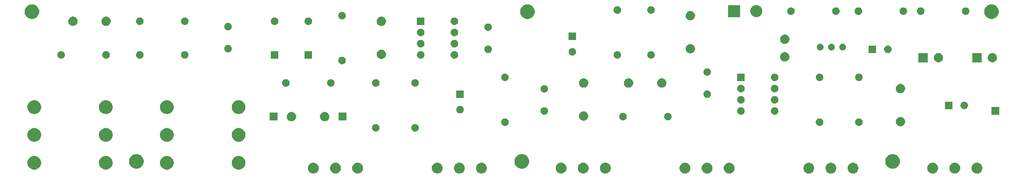
<source format=gbs>
G04 #@! TF.GenerationSoftware,KiCad,Pcbnew,(5.1.4)-1*
G04 #@! TF.CreationDate,2020-01-19T01:30:50+01:00*
G04 #@! TF.ProjectId,Lead-12-5010,4c656164-2d31-4322-9d35-3031302e6b69,rev?*
G04 #@! TF.SameCoordinates,Original*
G04 #@! TF.FileFunction,Soldermask,Bot*
G04 #@! TF.FilePolarity,Negative*
%FSLAX46Y46*%
G04 Gerber Fmt 4.6, Leading zero omitted, Abs format (unit mm)*
G04 Created by KiCad (PCBNEW (5.1.4)-1) date 2020-01-19 01:30:50*
%MOMM*%
%LPD*%
G04 APERTURE LIST*
%ADD10C,0.100000*%
G04 APERTURE END LIST*
D10*
G36*
X225135496Y-127325922D02*
G01*
X225256153Y-127349922D01*
X225348194Y-127388047D01*
X225478359Y-127441963D01*
X225678342Y-127575587D01*
X225848413Y-127745658D01*
X225982037Y-127945641D01*
X226026278Y-128052449D01*
X226064137Y-128143847D01*
X226074078Y-128167848D01*
X226121000Y-128403741D01*
X226121000Y-128644259D01*
X226074078Y-128880152D01*
X225982037Y-129102359D01*
X225848413Y-129302342D01*
X225678342Y-129472413D01*
X225478359Y-129606037D01*
X225348194Y-129659953D01*
X225256153Y-129698078D01*
X225140915Y-129721000D01*
X225020259Y-129745000D01*
X224779741Y-129745000D01*
X224659085Y-129721000D01*
X224543847Y-129698078D01*
X224451806Y-129659953D01*
X224321641Y-129606037D01*
X224121658Y-129472413D01*
X223951587Y-129302342D01*
X223817963Y-129102359D01*
X223725922Y-128880152D01*
X223679000Y-128644259D01*
X223679000Y-128403741D01*
X223725922Y-128167848D01*
X223735864Y-128143847D01*
X223773722Y-128052449D01*
X223817963Y-127945641D01*
X223951587Y-127745658D01*
X224121658Y-127575587D01*
X224321641Y-127441963D01*
X224451806Y-127388047D01*
X224543847Y-127349922D01*
X224664504Y-127325922D01*
X224779741Y-127303000D01*
X225020259Y-127303000D01*
X225135496Y-127325922D01*
X225135496Y-127325922D01*
G37*
G36*
X258135496Y-127325922D02*
G01*
X258256153Y-127349922D01*
X258348194Y-127388047D01*
X258478359Y-127441963D01*
X258678342Y-127575587D01*
X258848413Y-127745658D01*
X258982037Y-127945641D01*
X259026278Y-128052449D01*
X259064137Y-128143847D01*
X259074078Y-128167848D01*
X259121000Y-128403741D01*
X259121000Y-128644259D01*
X259074078Y-128880152D01*
X258982037Y-129102359D01*
X258848413Y-129302342D01*
X258678342Y-129472413D01*
X258478359Y-129606037D01*
X258348194Y-129659953D01*
X258256153Y-129698078D01*
X258140915Y-129721000D01*
X258020259Y-129745000D01*
X257779741Y-129745000D01*
X257659085Y-129721000D01*
X257543847Y-129698078D01*
X257451806Y-129659953D01*
X257321641Y-129606037D01*
X257121658Y-129472413D01*
X256951587Y-129302342D01*
X256817963Y-129102359D01*
X256725922Y-128880152D01*
X256679000Y-128644259D01*
X256679000Y-128403741D01*
X256725922Y-128167848D01*
X256735864Y-128143847D01*
X256773722Y-128052449D01*
X256817963Y-127945641D01*
X256951587Y-127745658D01*
X257121658Y-127575587D01*
X257321641Y-127441963D01*
X257451806Y-127388047D01*
X257543847Y-127349922D01*
X257664504Y-127325922D01*
X257779741Y-127303000D01*
X258020259Y-127303000D01*
X258135496Y-127325922D01*
X258135496Y-127325922D01*
G37*
G36*
X207135496Y-127325922D02*
G01*
X207256153Y-127349922D01*
X207348194Y-127388047D01*
X207478359Y-127441963D01*
X207678342Y-127575587D01*
X207848413Y-127745658D01*
X207982037Y-127945641D01*
X208026278Y-128052449D01*
X208064137Y-128143847D01*
X208074078Y-128167848D01*
X208121000Y-128403741D01*
X208121000Y-128644259D01*
X208074078Y-128880152D01*
X207982037Y-129102359D01*
X207848413Y-129302342D01*
X207678342Y-129472413D01*
X207478359Y-129606037D01*
X207348194Y-129659953D01*
X207256153Y-129698078D01*
X207140915Y-129721000D01*
X207020259Y-129745000D01*
X206779741Y-129745000D01*
X206659085Y-129721000D01*
X206543847Y-129698078D01*
X206451806Y-129659953D01*
X206321641Y-129606037D01*
X206121658Y-129472413D01*
X205951587Y-129302342D01*
X205817963Y-129102359D01*
X205725922Y-128880152D01*
X205679000Y-128644259D01*
X205679000Y-128403741D01*
X205725922Y-128167848D01*
X205735864Y-128143847D01*
X205773722Y-128052449D01*
X205817963Y-127945641D01*
X205951587Y-127745658D01*
X206121658Y-127575587D01*
X206321641Y-127441963D01*
X206451806Y-127388047D01*
X206543847Y-127349922D01*
X206664504Y-127325922D01*
X206779741Y-127303000D01*
X207020259Y-127303000D01*
X207135496Y-127325922D01*
X207135496Y-127325922D01*
G37*
G36*
X202135496Y-127325922D02*
G01*
X202256153Y-127349922D01*
X202348194Y-127388047D01*
X202478359Y-127441963D01*
X202678342Y-127575587D01*
X202848413Y-127745658D01*
X202982037Y-127945641D01*
X203026278Y-128052449D01*
X203064137Y-128143847D01*
X203074078Y-128167848D01*
X203121000Y-128403741D01*
X203121000Y-128644259D01*
X203074078Y-128880152D01*
X202982037Y-129102359D01*
X202848413Y-129302342D01*
X202678342Y-129472413D01*
X202478359Y-129606037D01*
X202348194Y-129659953D01*
X202256153Y-129698078D01*
X202140915Y-129721000D01*
X202020259Y-129745000D01*
X201779741Y-129745000D01*
X201659085Y-129721000D01*
X201543847Y-129698078D01*
X201451806Y-129659953D01*
X201321641Y-129606037D01*
X201121658Y-129472413D01*
X200951587Y-129302342D01*
X200817963Y-129102359D01*
X200725922Y-128880152D01*
X200679000Y-128644259D01*
X200679000Y-128403741D01*
X200725922Y-128167848D01*
X200735864Y-128143847D01*
X200773722Y-128052449D01*
X200817963Y-127945641D01*
X200951587Y-127745658D01*
X201121658Y-127575587D01*
X201321641Y-127441963D01*
X201451806Y-127388047D01*
X201543847Y-127349922D01*
X201664504Y-127325922D01*
X201779741Y-127303000D01*
X202020259Y-127303000D01*
X202135496Y-127325922D01*
X202135496Y-127325922D01*
G37*
G36*
X197135496Y-127325922D02*
G01*
X197256153Y-127349922D01*
X197348194Y-127388047D01*
X197478359Y-127441963D01*
X197678342Y-127575587D01*
X197848413Y-127745658D01*
X197982037Y-127945641D01*
X198026278Y-128052449D01*
X198064137Y-128143847D01*
X198074078Y-128167848D01*
X198121000Y-128403741D01*
X198121000Y-128644259D01*
X198074078Y-128880152D01*
X197982037Y-129102359D01*
X197848413Y-129302342D01*
X197678342Y-129472413D01*
X197478359Y-129606037D01*
X197348194Y-129659953D01*
X197256153Y-129698078D01*
X197140915Y-129721000D01*
X197020259Y-129745000D01*
X196779741Y-129745000D01*
X196659085Y-129721000D01*
X196543847Y-129698078D01*
X196451806Y-129659953D01*
X196321641Y-129606037D01*
X196121658Y-129472413D01*
X195951587Y-129302342D01*
X195817963Y-129102359D01*
X195725922Y-128880152D01*
X195679000Y-128644259D01*
X195679000Y-128403741D01*
X195725922Y-128167848D01*
X195735864Y-128143847D01*
X195773722Y-128052449D01*
X195817963Y-127945641D01*
X195951587Y-127745658D01*
X196121658Y-127575587D01*
X196321641Y-127441963D01*
X196451806Y-127388047D01*
X196543847Y-127349922D01*
X196664504Y-127325922D01*
X196779741Y-127303000D01*
X197020259Y-127303000D01*
X197135496Y-127325922D01*
X197135496Y-127325922D01*
G37*
G36*
X263135496Y-127325922D02*
G01*
X263256153Y-127349922D01*
X263348194Y-127388047D01*
X263478359Y-127441963D01*
X263678342Y-127575587D01*
X263848413Y-127745658D01*
X263982037Y-127945641D01*
X264026278Y-128052449D01*
X264064137Y-128143847D01*
X264074078Y-128167848D01*
X264121000Y-128403741D01*
X264121000Y-128644259D01*
X264074078Y-128880152D01*
X263982037Y-129102359D01*
X263848413Y-129302342D01*
X263678342Y-129472413D01*
X263478359Y-129606037D01*
X263348194Y-129659953D01*
X263256153Y-129698078D01*
X263140915Y-129721000D01*
X263020259Y-129745000D01*
X262779741Y-129745000D01*
X262659085Y-129721000D01*
X262543847Y-129698078D01*
X262451806Y-129659953D01*
X262321641Y-129606037D01*
X262121658Y-129472413D01*
X261951587Y-129302342D01*
X261817963Y-129102359D01*
X261725922Y-128880152D01*
X261679000Y-128644259D01*
X261679000Y-128403741D01*
X261725922Y-128167848D01*
X261735864Y-128143847D01*
X261773722Y-128052449D01*
X261817963Y-127945641D01*
X261951587Y-127745658D01*
X262121658Y-127575587D01*
X262321641Y-127441963D01*
X262451806Y-127388047D01*
X262543847Y-127349922D01*
X262664504Y-127325922D01*
X262779741Y-127303000D01*
X263020259Y-127303000D01*
X263135496Y-127325922D01*
X263135496Y-127325922D01*
G37*
G36*
X253135496Y-127325922D02*
G01*
X253256153Y-127349922D01*
X253348194Y-127388047D01*
X253478359Y-127441963D01*
X253678342Y-127575587D01*
X253848413Y-127745658D01*
X253982037Y-127945641D01*
X254026278Y-128052449D01*
X254064137Y-128143847D01*
X254074078Y-128167848D01*
X254121000Y-128403741D01*
X254121000Y-128644259D01*
X254074078Y-128880152D01*
X253982037Y-129102359D01*
X253848413Y-129302342D01*
X253678342Y-129472413D01*
X253478359Y-129606037D01*
X253348194Y-129659953D01*
X253256153Y-129698078D01*
X253140915Y-129721000D01*
X253020259Y-129745000D01*
X252779741Y-129745000D01*
X252659085Y-129721000D01*
X252543847Y-129698078D01*
X252451806Y-129659953D01*
X252321641Y-129606037D01*
X252121658Y-129472413D01*
X251951587Y-129302342D01*
X251817963Y-129102359D01*
X251725922Y-128880152D01*
X251679000Y-128644259D01*
X251679000Y-128403741D01*
X251725922Y-128167848D01*
X251735864Y-128143847D01*
X251773722Y-128052449D01*
X251817963Y-127945641D01*
X251951587Y-127745658D01*
X252121658Y-127575587D01*
X252321641Y-127441963D01*
X252451806Y-127388047D01*
X252543847Y-127349922D01*
X252664504Y-127325922D01*
X252779741Y-127303000D01*
X253020259Y-127303000D01*
X253135496Y-127325922D01*
X253135496Y-127325922D01*
G37*
G36*
X230135496Y-127325922D02*
G01*
X230256153Y-127349922D01*
X230348194Y-127388047D01*
X230478359Y-127441963D01*
X230678342Y-127575587D01*
X230848413Y-127745658D01*
X230982037Y-127945641D01*
X231026278Y-128052449D01*
X231064137Y-128143847D01*
X231074078Y-128167848D01*
X231121000Y-128403741D01*
X231121000Y-128644259D01*
X231074078Y-128880152D01*
X230982037Y-129102359D01*
X230848413Y-129302342D01*
X230678342Y-129472413D01*
X230478359Y-129606037D01*
X230348194Y-129659953D01*
X230256153Y-129698078D01*
X230140915Y-129721000D01*
X230020259Y-129745000D01*
X229779741Y-129745000D01*
X229659085Y-129721000D01*
X229543847Y-129698078D01*
X229451806Y-129659953D01*
X229321641Y-129606037D01*
X229121658Y-129472413D01*
X228951587Y-129302342D01*
X228817963Y-129102359D01*
X228725922Y-128880152D01*
X228679000Y-128644259D01*
X228679000Y-128403741D01*
X228725922Y-128167848D01*
X228735864Y-128143847D01*
X228773722Y-128052449D01*
X228817963Y-127945641D01*
X228951587Y-127745658D01*
X229121658Y-127575587D01*
X229321641Y-127441963D01*
X229451806Y-127388047D01*
X229543847Y-127349922D01*
X229664504Y-127325922D01*
X229779741Y-127303000D01*
X230020259Y-127303000D01*
X230135496Y-127325922D01*
X230135496Y-127325922D01*
G37*
G36*
X235135496Y-127325922D02*
G01*
X235256153Y-127349922D01*
X235348194Y-127388047D01*
X235478359Y-127441963D01*
X235678342Y-127575587D01*
X235848413Y-127745658D01*
X235982037Y-127945641D01*
X236026278Y-128052449D01*
X236064137Y-128143847D01*
X236074078Y-128167848D01*
X236121000Y-128403741D01*
X236121000Y-128644259D01*
X236074078Y-128880152D01*
X235982037Y-129102359D01*
X235848413Y-129302342D01*
X235678342Y-129472413D01*
X235478359Y-129606037D01*
X235348194Y-129659953D01*
X235256153Y-129698078D01*
X235140915Y-129721000D01*
X235020259Y-129745000D01*
X234779741Y-129745000D01*
X234659085Y-129721000D01*
X234543847Y-129698078D01*
X234451806Y-129659953D01*
X234321641Y-129606037D01*
X234121658Y-129472413D01*
X233951587Y-129302342D01*
X233817963Y-129102359D01*
X233725922Y-128880152D01*
X233679000Y-128644259D01*
X233679000Y-128403741D01*
X233725922Y-128167848D01*
X233735864Y-128143847D01*
X233773722Y-128052449D01*
X233817963Y-127945641D01*
X233951587Y-127745658D01*
X234121658Y-127575587D01*
X234321641Y-127441963D01*
X234451806Y-127388047D01*
X234543847Y-127349922D01*
X234664504Y-127325922D01*
X234779741Y-127303000D01*
X235020259Y-127303000D01*
X235135496Y-127325922D01*
X235135496Y-127325922D01*
G37*
G36*
X169266153Y-127325922D02*
G01*
X169358194Y-127364047D01*
X169488359Y-127417963D01*
X169688342Y-127551587D01*
X169858413Y-127721658D01*
X169992037Y-127921641D01*
X170001978Y-127945641D01*
X170084078Y-128143847D01*
X170131000Y-128379742D01*
X170131000Y-128620258D01*
X170084078Y-128856153D01*
X170045953Y-128948194D01*
X169992037Y-129078359D01*
X169858413Y-129278342D01*
X169688342Y-129448413D01*
X169488359Y-129582037D01*
X169358194Y-129635953D01*
X169266153Y-129674078D01*
X169148205Y-129697539D01*
X169030259Y-129721000D01*
X168789741Y-129721000D01*
X168671795Y-129697539D01*
X168553847Y-129674078D01*
X168461806Y-129635953D01*
X168331641Y-129582037D01*
X168131658Y-129448413D01*
X167961587Y-129278342D01*
X167827963Y-129078359D01*
X167774047Y-128948194D01*
X167735922Y-128856153D01*
X167689000Y-128620258D01*
X167689000Y-128379742D01*
X167735922Y-128143847D01*
X167818022Y-127945641D01*
X167827963Y-127921641D01*
X167961587Y-127721658D01*
X168131658Y-127551587D01*
X168331641Y-127417963D01*
X168461806Y-127364047D01*
X168553847Y-127325922D01*
X168789741Y-127279000D01*
X169030259Y-127279000D01*
X169266153Y-127325922D01*
X169266153Y-127325922D01*
G37*
G36*
X174266153Y-127325922D02*
G01*
X174358194Y-127364047D01*
X174488359Y-127417963D01*
X174688342Y-127551587D01*
X174858413Y-127721658D01*
X174992037Y-127921641D01*
X175001978Y-127945641D01*
X175084078Y-128143847D01*
X175131000Y-128379742D01*
X175131000Y-128620258D01*
X175084078Y-128856153D01*
X175045953Y-128948194D01*
X174992037Y-129078359D01*
X174858413Y-129278342D01*
X174688342Y-129448413D01*
X174488359Y-129582037D01*
X174358194Y-129635953D01*
X174266153Y-129674078D01*
X174148205Y-129697539D01*
X174030259Y-129721000D01*
X173789741Y-129721000D01*
X173671795Y-129697539D01*
X173553847Y-129674078D01*
X173461806Y-129635953D01*
X173331641Y-129582037D01*
X173131658Y-129448413D01*
X172961587Y-129278342D01*
X172827963Y-129078359D01*
X172774047Y-128948194D01*
X172735922Y-128856153D01*
X172689000Y-128620258D01*
X172689000Y-128379742D01*
X172735922Y-128143847D01*
X172818022Y-127945641D01*
X172827963Y-127921641D01*
X172961587Y-127721658D01*
X173131658Y-127551587D01*
X173331641Y-127417963D01*
X173461806Y-127364047D01*
X173553847Y-127325922D01*
X173789741Y-127279000D01*
X174030259Y-127279000D01*
X174266153Y-127325922D01*
X174266153Y-127325922D01*
G37*
G36*
X179266153Y-127325922D02*
G01*
X179358194Y-127364047D01*
X179488359Y-127417963D01*
X179688342Y-127551587D01*
X179858413Y-127721658D01*
X179992037Y-127921641D01*
X180001978Y-127945641D01*
X180084078Y-128143847D01*
X180131000Y-128379742D01*
X180131000Y-128620258D01*
X180084078Y-128856153D01*
X180045953Y-128948194D01*
X179992037Y-129078359D01*
X179858413Y-129278342D01*
X179688342Y-129448413D01*
X179488359Y-129582037D01*
X179358194Y-129635953D01*
X179266153Y-129674078D01*
X179148205Y-129697539D01*
X179030259Y-129721000D01*
X178789741Y-129721000D01*
X178671795Y-129697539D01*
X178553847Y-129674078D01*
X178461806Y-129635953D01*
X178331641Y-129582037D01*
X178131658Y-129448413D01*
X177961587Y-129278342D01*
X177827963Y-129078359D01*
X177774047Y-128948194D01*
X177735922Y-128856153D01*
X177689000Y-128620258D01*
X177689000Y-128379742D01*
X177735922Y-128143847D01*
X177818022Y-127945641D01*
X177827963Y-127921641D01*
X177961587Y-127721658D01*
X178131658Y-127551587D01*
X178331641Y-127417963D01*
X178461806Y-127364047D01*
X178553847Y-127325922D01*
X178789741Y-127279000D01*
X179030259Y-127279000D01*
X179266153Y-127325922D01*
X179266153Y-127325922D01*
G37*
G36*
X141256153Y-127325922D02*
G01*
X141348194Y-127364047D01*
X141478359Y-127417963D01*
X141678342Y-127551587D01*
X141848413Y-127721658D01*
X141982037Y-127921641D01*
X141991978Y-127945641D01*
X142074078Y-128143847D01*
X142121000Y-128379742D01*
X142121000Y-128620258D01*
X142074078Y-128856153D01*
X142035953Y-128948194D01*
X141982037Y-129078359D01*
X141848413Y-129278342D01*
X141678342Y-129448413D01*
X141478359Y-129582037D01*
X141348194Y-129635953D01*
X141256153Y-129674078D01*
X141138205Y-129697539D01*
X141020259Y-129721000D01*
X140779741Y-129721000D01*
X140661795Y-129697539D01*
X140543847Y-129674078D01*
X140451806Y-129635953D01*
X140321641Y-129582037D01*
X140121658Y-129448413D01*
X139951587Y-129278342D01*
X139817963Y-129078359D01*
X139764047Y-128948194D01*
X139725922Y-128856153D01*
X139679000Y-128620258D01*
X139679000Y-128379742D01*
X139725922Y-128143847D01*
X139808022Y-127945641D01*
X139817963Y-127921641D01*
X139951587Y-127721658D01*
X140121658Y-127551587D01*
X140321641Y-127417963D01*
X140451806Y-127364047D01*
X140543847Y-127325922D01*
X140779741Y-127279000D01*
X141020259Y-127279000D01*
X141256153Y-127325922D01*
X141256153Y-127325922D01*
G37*
G36*
X146256153Y-127325922D02*
G01*
X146348194Y-127364047D01*
X146478359Y-127417963D01*
X146678342Y-127551587D01*
X146848413Y-127721658D01*
X146982037Y-127921641D01*
X146991978Y-127945641D01*
X147074078Y-128143847D01*
X147121000Y-128379742D01*
X147121000Y-128620258D01*
X147074078Y-128856153D01*
X147035953Y-128948194D01*
X146982037Y-129078359D01*
X146848413Y-129278342D01*
X146678342Y-129448413D01*
X146478359Y-129582037D01*
X146348194Y-129635953D01*
X146256153Y-129674078D01*
X146138205Y-129697539D01*
X146020259Y-129721000D01*
X145779741Y-129721000D01*
X145661795Y-129697539D01*
X145543847Y-129674078D01*
X145451806Y-129635953D01*
X145321641Y-129582037D01*
X145121658Y-129448413D01*
X144951587Y-129278342D01*
X144817963Y-129078359D01*
X144764047Y-128948194D01*
X144725922Y-128856153D01*
X144679000Y-128620258D01*
X144679000Y-128379742D01*
X144725922Y-128143847D01*
X144808022Y-127945641D01*
X144817963Y-127921641D01*
X144951587Y-127721658D01*
X145121658Y-127551587D01*
X145321641Y-127417963D01*
X145451806Y-127364047D01*
X145543847Y-127325922D01*
X145779741Y-127279000D01*
X146020259Y-127279000D01*
X146256153Y-127325922D01*
X146256153Y-127325922D01*
G37*
G36*
X151256153Y-127325922D02*
G01*
X151348194Y-127364047D01*
X151478359Y-127417963D01*
X151678342Y-127551587D01*
X151848413Y-127721658D01*
X151982037Y-127921641D01*
X151991978Y-127945641D01*
X152074078Y-128143847D01*
X152121000Y-128379742D01*
X152121000Y-128620258D01*
X152074078Y-128856153D01*
X152035953Y-128948194D01*
X151982037Y-129078359D01*
X151848413Y-129278342D01*
X151678342Y-129448413D01*
X151478359Y-129582037D01*
X151348194Y-129635953D01*
X151256153Y-129674078D01*
X151138205Y-129697539D01*
X151020259Y-129721000D01*
X150779741Y-129721000D01*
X150661795Y-129697539D01*
X150543847Y-129674078D01*
X150451806Y-129635953D01*
X150321641Y-129582037D01*
X150121658Y-129448413D01*
X149951587Y-129278342D01*
X149817963Y-129078359D01*
X149764047Y-128948194D01*
X149725922Y-128856153D01*
X149679000Y-128620258D01*
X149679000Y-128379742D01*
X149725922Y-128143847D01*
X149808022Y-127945641D01*
X149817963Y-127921641D01*
X149951587Y-127721658D01*
X150121658Y-127551587D01*
X150321641Y-127417963D01*
X150451806Y-127364047D01*
X150543847Y-127325922D01*
X150779741Y-127279000D01*
X151020259Y-127279000D01*
X151256153Y-127325922D01*
X151256153Y-127325922D01*
G37*
G36*
X113256153Y-127325922D02*
G01*
X113348194Y-127364047D01*
X113478359Y-127417963D01*
X113678342Y-127551587D01*
X113848413Y-127721658D01*
X113982037Y-127921641D01*
X113991978Y-127945641D01*
X114074078Y-128143847D01*
X114121000Y-128379742D01*
X114121000Y-128620258D01*
X114074078Y-128856153D01*
X114035953Y-128948194D01*
X113982037Y-129078359D01*
X113848413Y-129278342D01*
X113678342Y-129448413D01*
X113478359Y-129582037D01*
X113348194Y-129635953D01*
X113256153Y-129674078D01*
X113138205Y-129697539D01*
X113020259Y-129721000D01*
X112779741Y-129721000D01*
X112661795Y-129697539D01*
X112543847Y-129674078D01*
X112451806Y-129635953D01*
X112321641Y-129582037D01*
X112121658Y-129448413D01*
X111951587Y-129278342D01*
X111817963Y-129078359D01*
X111764047Y-128948194D01*
X111725922Y-128856153D01*
X111679000Y-128620258D01*
X111679000Y-128379742D01*
X111725922Y-128143847D01*
X111808022Y-127945641D01*
X111817963Y-127921641D01*
X111951587Y-127721658D01*
X112121658Y-127551587D01*
X112321641Y-127417963D01*
X112451806Y-127364047D01*
X112543847Y-127325922D01*
X112779741Y-127279000D01*
X113020259Y-127279000D01*
X113256153Y-127325922D01*
X113256153Y-127325922D01*
G37*
G36*
X118256153Y-127325922D02*
G01*
X118348194Y-127364047D01*
X118478359Y-127417963D01*
X118678342Y-127551587D01*
X118848413Y-127721658D01*
X118982037Y-127921641D01*
X118991978Y-127945641D01*
X119074078Y-128143847D01*
X119121000Y-128379742D01*
X119121000Y-128620258D01*
X119074078Y-128856153D01*
X119035953Y-128948194D01*
X118982037Y-129078359D01*
X118848413Y-129278342D01*
X118678342Y-129448413D01*
X118478359Y-129582037D01*
X118348194Y-129635953D01*
X118256153Y-129674078D01*
X118138205Y-129697539D01*
X118020259Y-129721000D01*
X117779741Y-129721000D01*
X117661795Y-129697539D01*
X117543847Y-129674078D01*
X117451806Y-129635953D01*
X117321641Y-129582037D01*
X117121658Y-129448413D01*
X116951587Y-129278342D01*
X116817963Y-129078359D01*
X116764047Y-128948194D01*
X116725922Y-128856153D01*
X116679000Y-128620258D01*
X116679000Y-128379742D01*
X116725922Y-128143847D01*
X116808022Y-127945641D01*
X116817963Y-127921641D01*
X116951587Y-127721658D01*
X117121658Y-127551587D01*
X117321641Y-127417963D01*
X117451806Y-127364047D01*
X117543847Y-127325922D01*
X117779741Y-127279000D01*
X118020259Y-127279000D01*
X118256153Y-127325922D01*
X118256153Y-127325922D01*
G37*
G36*
X123256153Y-127325922D02*
G01*
X123348194Y-127364047D01*
X123478359Y-127417963D01*
X123678342Y-127551587D01*
X123848413Y-127721658D01*
X123982037Y-127921641D01*
X123991978Y-127945641D01*
X124074078Y-128143847D01*
X124121000Y-128379742D01*
X124121000Y-128620258D01*
X124074078Y-128856153D01*
X124035953Y-128948194D01*
X123982037Y-129078359D01*
X123848413Y-129278342D01*
X123678342Y-129448413D01*
X123478359Y-129582037D01*
X123348194Y-129635953D01*
X123256153Y-129674078D01*
X123138205Y-129697539D01*
X123020259Y-129721000D01*
X122779741Y-129721000D01*
X122661795Y-129697539D01*
X122543847Y-129674078D01*
X122451806Y-129635953D01*
X122321641Y-129582037D01*
X122121658Y-129448413D01*
X121951587Y-129278342D01*
X121817963Y-129078359D01*
X121764047Y-128948194D01*
X121725922Y-128856153D01*
X121679000Y-128620258D01*
X121679000Y-128379742D01*
X121725922Y-128143847D01*
X121808022Y-127945641D01*
X121817963Y-127921641D01*
X121951587Y-127721658D01*
X122121658Y-127551587D01*
X122321641Y-127417963D01*
X122451806Y-127364047D01*
X122543847Y-127325922D01*
X122779741Y-127279000D01*
X123020259Y-127279000D01*
X123256153Y-127325922D01*
X123256153Y-127325922D01*
G37*
G36*
X96302585Y-125778802D02*
G01*
X96452410Y-125808604D01*
X96734674Y-125925521D01*
X96988705Y-126095259D01*
X97204741Y-126311295D01*
X97374479Y-126565326D01*
X97491396Y-126847590D01*
X97551000Y-127147240D01*
X97551000Y-127452760D01*
X97491396Y-127752410D01*
X97374479Y-128034674D01*
X97204741Y-128288705D01*
X96988705Y-128504741D01*
X96734674Y-128674479D01*
X96452410Y-128791396D01*
X96302585Y-128821198D01*
X96152761Y-128851000D01*
X95847239Y-128851000D01*
X95697415Y-128821198D01*
X95547590Y-128791396D01*
X95265326Y-128674479D01*
X95011295Y-128504741D01*
X94795259Y-128288705D01*
X94625521Y-128034674D01*
X94508604Y-127752410D01*
X94449000Y-127452760D01*
X94449000Y-127147240D01*
X94508604Y-126847590D01*
X94625521Y-126565326D01*
X94795259Y-126311295D01*
X95011295Y-126095259D01*
X95265326Y-125925521D01*
X95547590Y-125808604D01*
X95697415Y-125778802D01*
X95847239Y-125749000D01*
X96152761Y-125749000D01*
X96302585Y-125778802D01*
X96302585Y-125778802D01*
G37*
G36*
X80102585Y-125778802D02*
G01*
X80252410Y-125808604D01*
X80534674Y-125925521D01*
X80788705Y-126095259D01*
X81004741Y-126311295D01*
X81174479Y-126565326D01*
X81291396Y-126847590D01*
X81351000Y-127147240D01*
X81351000Y-127452760D01*
X81291396Y-127752410D01*
X81174479Y-128034674D01*
X81004741Y-128288705D01*
X80788705Y-128504741D01*
X80534674Y-128674479D01*
X80252410Y-128791396D01*
X80102585Y-128821198D01*
X79952761Y-128851000D01*
X79647239Y-128851000D01*
X79497415Y-128821198D01*
X79347590Y-128791396D01*
X79065326Y-128674479D01*
X78811295Y-128504741D01*
X78595259Y-128288705D01*
X78425521Y-128034674D01*
X78308604Y-127752410D01*
X78249000Y-127452760D01*
X78249000Y-127147240D01*
X78308604Y-126847590D01*
X78425521Y-126565326D01*
X78595259Y-126311295D01*
X78811295Y-126095259D01*
X79065326Y-125925521D01*
X79347590Y-125808604D01*
X79497415Y-125778802D01*
X79647239Y-125749000D01*
X79952761Y-125749000D01*
X80102585Y-125778802D01*
X80102585Y-125778802D01*
G37*
G36*
X66302585Y-125778802D02*
G01*
X66452410Y-125808604D01*
X66734674Y-125925521D01*
X66988705Y-126095259D01*
X67204741Y-126311295D01*
X67374479Y-126565326D01*
X67491396Y-126847590D01*
X67551000Y-127147240D01*
X67551000Y-127452760D01*
X67491396Y-127752410D01*
X67374479Y-128034674D01*
X67204741Y-128288705D01*
X66988705Y-128504741D01*
X66734674Y-128674479D01*
X66452410Y-128791396D01*
X66302585Y-128821198D01*
X66152761Y-128851000D01*
X65847239Y-128851000D01*
X65697415Y-128821198D01*
X65547590Y-128791396D01*
X65265326Y-128674479D01*
X65011295Y-128504741D01*
X64795259Y-128288705D01*
X64625521Y-128034674D01*
X64508604Y-127752410D01*
X64449000Y-127452760D01*
X64449000Y-127147240D01*
X64508604Y-126847590D01*
X64625521Y-126565326D01*
X64795259Y-126311295D01*
X65011295Y-126095259D01*
X65265326Y-125925521D01*
X65547590Y-125808604D01*
X65697415Y-125778802D01*
X65847239Y-125749000D01*
X66152761Y-125749000D01*
X66302585Y-125778802D01*
X66302585Y-125778802D01*
G37*
G36*
X50102585Y-125778802D02*
G01*
X50252410Y-125808604D01*
X50534674Y-125925521D01*
X50788705Y-126095259D01*
X51004741Y-126311295D01*
X51174479Y-126565326D01*
X51291396Y-126847590D01*
X51351000Y-127147240D01*
X51351000Y-127452760D01*
X51291396Y-127752410D01*
X51174479Y-128034674D01*
X51004741Y-128288705D01*
X50788705Y-128504741D01*
X50534674Y-128674479D01*
X50252410Y-128791396D01*
X50102585Y-128821198D01*
X49952761Y-128851000D01*
X49647239Y-128851000D01*
X49497415Y-128821198D01*
X49347590Y-128791396D01*
X49065326Y-128674479D01*
X48811295Y-128504741D01*
X48595259Y-128288705D01*
X48425521Y-128034674D01*
X48308604Y-127752410D01*
X48249000Y-127452760D01*
X48249000Y-127147240D01*
X48308604Y-126847590D01*
X48425521Y-126565326D01*
X48595259Y-126311295D01*
X48811295Y-126095259D01*
X49065326Y-125925521D01*
X49347590Y-125808604D01*
X49497415Y-125778802D01*
X49647239Y-125749000D01*
X49952761Y-125749000D01*
X50102585Y-125778802D01*
X50102585Y-125778802D01*
G37*
G36*
X244215256Y-125391298D02*
G01*
X244321579Y-125412447D01*
X244622042Y-125536903D01*
X244892451Y-125717585D01*
X245122415Y-125947549D01*
X245303097Y-126217958D01*
X245303098Y-126217960D01*
X245427553Y-126518422D01*
X245491000Y-126837389D01*
X245491000Y-127162611D01*
X245463075Y-127303000D01*
X245427553Y-127481579D01*
X245339550Y-127694037D01*
X245315372Y-127752409D01*
X245303097Y-127782042D01*
X245122415Y-128052451D01*
X244892451Y-128282415D01*
X244622042Y-128463097D01*
X244321579Y-128587553D01*
X244215256Y-128608702D01*
X244002611Y-128651000D01*
X243677389Y-128651000D01*
X243464744Y-128608702D01*
X243358421Y-128587553D01*
X243057958Y-128463097D01*
X242787549Y-128282415D01*
X242557585Y-128052451D01*
X242376903Y-127782042D01*
X242364629Y-127752409D01*
X242340450Y-127694037D01*
X242252447Y-127481579D01*
X242216925Y-127303000D01*
X242189000Y-127162611D01*
X242189000Y-126837389D01*
X242252447Y-126518422D01*
X242376902Y-126217960D01*
X242376903Y-126217958D01*
X242557585Y-125947549D01*
X242787549Y-125717585D01*
X243057958Y-125536903D01*
X243358421Y-125412447D01*
X243464744Y-125391298D01*
X243677389Y-125349000D01*
X244002611Y-125349000D01*
X244215256Y-125391298D01*
X244215256Y-125391298D01*
G37*
G36*
X73273256Y-125391298D02*
G01*
X73379579Y-125412447D01*
X73680042Y-125536903D01*
X73950451Y-125717585D01*
X74180415Y-125947549D01*
X74361097Y-126217958D01*
X74361098Y-126217960D01*
X74485553Y-126518422D01*
X74549000Y-126837389D01*
X74549000Y-127162611D01*
X74521075Y-127303000D01*
X74485553Y-127481579D01*
X74397550Y-127694037D01*
X74373372Y-127752409D01*
X74361097Y-127782042D01*
X74180415Y-128052451D01*
X73950451Y-128282415D01*
X73680042Y-128463097D01*
X73379579Y-128587553D01*
X73273256Y-128608702D01*
X73060611Y-128651000D01*
X72735389Y-128651000D01*
X72522744Y-128608702D01*
X72416421Y-128587553D01*
X72115958Y-128463097D01*
X71845549Y-128282415D01*
X71615585Y-128052451D01*
X71434903Y-127782042D01*
X71422629Y-127752409D01*
X71398450Y-127694037D01*
X71310447Y-127481579D01*
X71274925Y-127303000D01*
X71247000Y-127162611D01*
X71247000Y-126837389D01*
X71310447Y-126518422D01*
X71434902Y-126217960D01*
X71434903Y-126217958D01*
X71615585Y-125947549D01*
X71845549Y-125717585D01*
X72115958Y-125536903D01*
X72416421Y-125412447D01*
X72522744Y-125391298D01*
X72735389Y-125349000D01*
X73060611Y-125349000D01*
X73273256Y-125391298D01*
X73273256Y-125391298D01*
G37*
G36*
X160395256Y-125391298D02*
G01*
X160501579Y-125412447D01*
X160802042Y-125536903D01*
X161072451Y-125717585D01*
X161302415Y-125947549D01*
X161483097Y-126217958D01*
X161483098Y-126217960D01*
X161607553Y-126518422D01*
X161671000Y-126837389D01*
X161671000Y-127162611D01*
X161643075Y-127303000D01*
X161607553Y-127481579D01*
X161519550Y-127694037D01*
X161495372Y-127752409D01*
X161483097Y-127782042D01*
X161302415Y-128052451D01*
X161072451Y-128282415D01*
X160802042Y-128463097D01*
X160501579Y-128587553D01*
X160395256Y-128608702D01*
X160182611Y-128651000D01*
X159857389Y-128651000D01*
X159644744Y-128608702D01*
X159538421Y-128587553D01*
X159237958Y-128463097D01*
X158967549Y-128282415D01*
X158737585Y-128052451D01*
X158556903Y-127782042D01*
X158544629Y-127752409D01*
X158520450Y-127694037D01*
X158432447Y-127481579D01*
X158396925Y-127303000D01*
X158369000Y-127162611D01*
X158369000Y-126837389D01*
X158432447Y-126518422D01*
X158556902Y-126217960D01*
X158556903Y-126217958D01*
X158737585Y-125947549D01*
X158967549Y-125717585D01*
X159237958Y-125536903D01*
X159538421Y-125412447D01*
X159644744Y-125391298D01*
X159857389Y-125349000D01*
X160182611Y-125349000D01*
X160395256Y-125391298D01*
X160395256Y-125391298D01*
G37*
G36*
X50102585Y-119478802D02*
G01*
X50252410Y-119508604D01*
X50534674Y-119625521D01*
X50788705Y-119795259D01*
X51004741Y-120011295D01*
X51174479Y-120265326D01*
X51291396Y-120547590D01*
X51351000Y-120847240D01*
X51351000Y-121152760D01*
X51291396Y-121452410D01*
X51174479Y-121734674D01*
X51004741Y-121988705D01*
X50788705Y-122204741D01*
X50534674Y-122374479D01*
X50252410Y-122491396D01*
X50102585Y-122521198D01*
X49952761Y-122551000D01*
X49647239Y-122551000D01*
X49497415Y-122521198D01*
X49347590Y-122491396D01*
X49065326Y-122374479D01*
X48811295Y-122204741D01*
X48595259Y-121988705D01*
X48425521Y-121734674D01*
X48308604Y-121452410D01*
X48249000Y-121152760D01*
X48249000Y-120847240D01*
X48308604Y-120547590D01*
X48425521Y-120265326D01*
X48595259Y-120011295D01*
X48811295Y-119795259D01*
X49065326Y-119625521D01*
X49347590Y-119508604D01*
X49497415Y-119478802D01*
X49647239Y-119449000D01*
X49952761Y-119449000D01*
X50102585Y-119478802D01*
X50102585Y-119478802D01*
G37*
G36*
X96302585Y-119478802D02*
G01*
X96452410Y-119508604D01*
X96734674Y-119625521D01*
X96988705Y-119795259D01*
X97204741Y-120011295D01*
X97374479Y-120265326D01*
X97491396Y-120547590D01*
X97551000Y-120847240D01*
X97551000Y-121152760D01*
X97491396Y-121452410D01*
X97374479Y-121734674D01*
X97204741Y-121988705D01*
X96988705Y-122204741D01*
X96734674Y-122374479D01*
X96452410Y-122491396D01*
X96302585Y-122521198D01*
X96152761Y-122551000D01*
X95847239Y-122551000D01*
X95697415Y-122521198D01*
X95547590Y-122491396D01*
X95265326Y-122374479D01*
X95011295Y-122204741D01*
X94795259Y-121988705D01*
X94625521Y-121734674D01*
X94508604Y-121452410D01*
X94449000Y-121152760D01*
X94449000Y-120847240D01*
X94508604Y-120547590D01*
X94625521Y-120265326D01*
X94795259Y-120011295D01*
X95011295Y-119795259D01*
X95265326Y-119625521D01*
X95547590Y-119508604D01*
X95697415Y-119478802D01*
X95847239Y-119449000D01*
X96152761Y-119449000D01*
X96302585Y-119478802D01*
X96302585Y-119478802D01*
G37*
G36*
X80102585Y-119478802D02*
G01*
X80252410Y-119508604D01*
X80534674Y-119625521D01*
X80788705Y-119795259D01*
X81004741Y-120011295D01*
X81174479Y-120265326D01*
X81291396Y-120547590D01*
X81351000Y-120847240D01*
X81351000Y-121152760D01*
X81291396Y-121452410D01*
X81174479Y-121734674D01*
X81004741Y-121988705D01*
X80788705Y-122204741D01*
X80534674Y-122374479D01*
X80252410Y-122491396D01*
X80102585Y-122521198D01*
X79952761Y-122551000D01*
X79647239Y-122551000D01*
X79497415Y-122521198D01*
X79347590Y-122491396D01*
X79065326Y-122374479D01*
X78811295Y-122204741D01*
X78595259Y-121988705D01*
X78425521Y-121734674D01*
X78308604Y-121452410D01*
X78249000Y-121152760D01*
X78249000Y-120847240D01*
X78308604Y-120547590D01*
X78425521Y-120265326D01*
X78595259Y-120011295D01*
X78811295Y-119795259D01*
X79065326Y-119625521D01*
X79347590Y-119508604D01*
X79497415Y-119478802D01*
X79647239Y-119449000D01*
X79952761Y-119449000D01*
X80102585Y-119478802D01*
X80102585Y-119478802D01*
G37*
G36*
X66302585Y-119478802D02*
G01*
X66452410Y-119508604D01*
X66734674Y-119625521D01*
X66988705Y-119795259D01*
X67204741Y-120011295D01*
X67374479Y-120265326D01*
X67491396Y-120547590D01*
X67551000Y-120847240D01*
X67551000Y-121152760D01*
X67491396Y-121452410D01*
X67374479Y-121734674D01*
X67204741Y-121988705D01*
X66988705Y-122204741D01*
X66734674Y-122374479D01*
X66452410Y-122491396D01*
X66302585Y-122521198D01*
X66152761Y-122551000D01*
X65847239Y-122551000D01*
X65697415Y-122521198D01*
X65547590Y-122491396D01*
X65265326Y-122374479D01*
X65011295Y-122204741D01*
X64795259Y-121988705D01*
X64625521Y-121734674D01*
X64508604Y-121452410D01*
X64449000Y-121152760D01*
X64449000Y-120847240D01*
X64508604Y-120547590D01*
X64625521Y-120265326D01*
X64795259Y-120011295D01*
X65011295Y-119795259D01*
X65265326Y-119625521D01*
X65547590Y-119508604D01*
X65697415Y-119478802D01*
X65847239Y-119449000D01*
X66152761Y-119449000D01*
X66302585Y-119478802D01*
X66302585Y-119478802D01*
G37*
G36*
X136056823Y-118541313D02*
G01*
X136217242Y-118589976D01*
X136284361Y-118625852D01*
X136365078Y-118668996D01*
X136494659Y-118775341D01*
X136601004Y-118904922D01*
X136601005Y-118904924D01*
X136680024Y-119052758D01*
X136728687Y-119213177D01*
X136745117Y-119380000D01*
X136728687Y-119546823D01*
X136680024Y-119707242D01*
X136639477Y-119783100D01*
X136601004Y-119855078D01*
X136494659Y-119984659D01*
X136365078Y-120091004D01*
X136365076Y-120091005D01*
X136217242Y-120170024D01*
X136056823Y-120218687D01*
X135931804Y-120231000D01*
X135848196Y-120231000D01*
X135723177Y-120218687D01*
X135562758Y-120170024D01*
X135414924Y-120091005D01*
X135414922Y-120091004D01*
X135285341Y-119984659D01*
X135178996Y-119855078D01*
X135140523Y-119783100D01*
X135099976Y-119707242D01*
X135051313Y-119546823D01*
X135034883Y-119380000D01*
X135051313Y-119213177D01*
X135099976Y-119052758D01*
X135178995Y-118904924D01*
X135178996Y-118904922D01*
X135285341Y-118775341D01*
X135414922Y-118668996D01*
X135495639Y-118625852D01*
X135562758Y-118589976D01*
X135723177Y-118541313D01*
X135848196Y-118529000D01*
X135931804Y-118529000D01*
X136056823Y-118541313D01*
X136056823Y-118541313D01*
G37*
G36*
X127248228Y-118561703D02*
G01*
X127403100Y-118625853D01*
X127542481Y-118718985D01*
X127661015Y-118837519D01*
X127754147Y-118976900D01*
X127818297Y-119131772D01*
X127851000Y-119296184D01*
X127851000Y-119463816D01*
X127818297Y-119628228D01*
X127754147Y-119783100D01*
X127661015Y-119922481D01*
X127542481Y-120041015D01*
X127403100Y-120134147D01*
X127248228Y-120198297D01*
X127083816Y-120231000D01*
X126916184Y-120231000D01*
X126751772Y-120198297D01*
X126596900Y-120134147D01*
X126457519Y-120041015D01*
X126338985Y-119922481D01*
X126245853Y-119783100D01*
X126181703Y-119628228D01*
X126149000Y-119463816D01*
X126149000Y-119296184D01*
X126181703Y-119131772D01*
X126245853Y-118976900D01*
X126338985Y-118837519D01*
X126457519Y-118718985D01*
X126596900Y-118625853D01*
X126751772Y-118561703D01*
X126916184Y-118529000D01*
X127083816Y-118529000D01*
X127248228Y-118561703D01*
X127248228Y-118561703D01*
G37*
G36*
X245924564Y-116979389D02*
G01*
X246115833Y-117058615D01*
X246115835Y-117058616D01*
X246160152Y-117088228D01*
X246287973Y-117173635D01*
X246434365Y-117320027D01*
X246549385Y-117492167D01*
X246628611Y-117683436D01*
X246669000Y-117886484D01*
X246669000Y-118093516D01*
X246628611Y-118296564D01*
X246570340Y-118437242D01*
X246549384Y-118487835D01*
X246434365Y-118659973D01*
X246287973Y-118806365D01*
X246115835Y-118921384D01*
X246115834Y-118921385D01*
X246115833Y-118921385D01*
X245924564Y-119000611D01*
X245721516Y-119041000D01*
X245514484Y-119041000D01*
X245311436Y-119000611D01*
X245120167Y-118921385D01*
X245120166Y-118921385D01*
X245120165Y-118921384D01*
X244948027Y-118806365D01*
X244801635Y-118659973D01*
X244686616Y-118487835D01*
X244665660Y-118437242D01*
X244607389Y-118296564D01*
X244567000Y-118093516D01*
X244567000Y-117886484D01*
X244607389Y-117683436D01*
X244686615Y-117492167D01*
X244801635Y-117320027D01*
X244948027Y-117173635D01*
X245075848Y-117088228D01*
X245120165Y-117058616D01*
X245120167Y-117058615D01*
X245311436Y-116979389D01*
X245514484Y-116939000D01*
X245721516Y-116939000D01*
X245924564Y-116979389D01*
X245924564Y-116979389D01*
G37*
G36*
X227496823Y-117271313D02*
G01*
X227657242Y-117319976D01*
X227788197Y-117389973D01*
X227805078Y-117398996D01*
X227934659Y-117505341D01*
X228041004Y-117634922D01*
X228041005Y-117634924D01*
X228120024Y-117782758D01*
X228168687Y-117943177D01*
X228185117Y-118110000D01*
X228168687Y-118276823D01*
X228120024Y-118437242D01*
X228092981Y-118487835D01*
X228041004Y-118585078D01*
X227934659Y-118714659D01*
X227805078Y-118821004D01*
X227805076Y-118821005D01*
X227657242Y-118900024D01*
X227496823Y-118948687D01*
X227371804Y-118961000D01*
X227288196Y-118961000D01*
X227163177Y-118948687D01*
X227002758Y-118900024D01*
X226854924Y-118821005D01*
X226854922Y-118821004D01*
X226725341Y-118714659D01*
X226618996Y-118585078D01*
X226567019Y-118487835D01*
X226539976Y-118437242D01*
X226491313Y-118276823D01*
X226474883Y-118110000D01*
X226491313Y-117943177D01*
X226539976Y-117782758D01*
X226618995Y-117634924D01*
X226618996Y-117634922D01*
X226725341Y-117505341D01*
X226854922Y-117398996D01*
X226871803Y-117389973D01*
X227002758Y-117319976D01*
X227163177Y-117271313D01*
X227288196Y-117259000D01*
X227371804Y-117259000D01*
X227496823Y-117271313D01*
X227496823Y-117271313D01*
G37*
G36*
X236386823Y-117271313D02*
G01*
X236547242Y-117319976D01*
X236678197Y-117389973D01*
X236695078Y-117398996D01*
X236824659Y-117505341D01*
X236931004Y-117634922D01*
X236931005Y-117634924D01*
X237010024Y-117782758D01*
X237058687Y-117943177D01*
X237075117Y-118110000D01*
X237058687Y-118276823D01*
X237010024Y-118437242D01*
X236982981Y-118487835D01*
X236931004Y-118585078D01*
X236824659Y-118714659D01*
X236695078Y-118821004D01*
X236695076Y-118821005D01*
X236547242Y-118900024D01*
X236386823Y-118948687D01*
X236261804Y-118961000D01*
X236178196Y-118961000D01*
X236053177Y-118948687D01*
X235892758Y-118900024D01*
X235744924Y-118821005D01*
X235744922Y-118821004D01*
X235615341Y-118714659D01*
X235508996Y-118585078D01*
X235457019Y-118487835D01*
X235429976Y-118437242D01*
X235381313Y-118276823D01*
X235364883Y-118110000D01*
X235381313Y-117943177D01*
X235429976Y-117782758D01*
X235508995Y-117634924D01*
X235508996Y-117634922D01*
X235615341Y-117505341D01*
X235744922Y-117398996D01*
X235761803Y-117389973D01*
X235892758Y-117319976D01*
X236053177Y-117271313D01*
X236178196Y-117259000D01*
X236261804Y-117259000D01*
X236386823Y-117271313D01*
X236386823Y-117271313D01*
G37*
G36*
X156376823Y-117271313D02*
G01*
X156537242Y-117319976D01*
X156668197Y-117389973D01*
X156685078Y-117398996D01*
X156814659Y-117505341D01*
X156921004Y-117634922D01*
X156921005Y-117634924D01*
X157000024Y-117782758D01*
X157048687Y-117943177D01*
X157065117Y-118110000D01*
X157048687Y-118276823D01*
X157000024Y-118437242D01*
X156972981Y-118487835D01*
X156921004Y-118585078D01*
X156814659Y-118714659D01*
X156685078Y-118821004D01*
X156685076Y-118821005D01*
X156537242Y-118900024D01*
X156376823Y-118948687D01*
X156251804Y-118961000D01*
X156168196Y-118961000D01*
X156043177Y-118948687D01*
X155882758Y-118900024D01*
X155734924Y-118821005D01*
X155734922Y-118821004D01*
X155605341Y-118714659D01*
X155498996Y-118585078D01*
X155447019Y-118487835D01*
X155419976Y-118437242D01*
X155371313Y-118276823D01*
X155354883Y-118110000D01*
X155371313Y-117943177D01*
X155419976Y-117782758D01*
X155498995Y-117634924D01*
X155498996Y-117634922D01*
X155605341Y-117505341D01*
X155734922Y-117398996D01*
X155751803Y-117389973D01*
X155882758Y-117319976D01*
X156043177Y-117271313D01*
X156168196Y-117259000D01*
X156251804Y-117259000D01*
X156376823Y-117271313D01*
X156376823Y-117271313D01*
G37*
G36*
X108256564Y-115829389D02*
G01*
X108438480Y-115904741D01*
X108447835Y-115908616D01*
X108619973Y-116023635D01*
X108766365Y-116170027D01*
X108869345Y-116324147D01*
X108881385Y-116342167D01*
X108960611Y-116533436D01*
X109001000Y-116736484D01*
X109001000Y-116943516D01*
X108960611Y-117146564D01*
X108888760Y-117320027D01*
X108881384Y-117337835D01*
X108766365Y-117509973D01*
X108619973Y-117656365D01*
X108447835Y-117771384D01*
X108447834Y-117771385D01*
X108447833Y-117771385D01*
X108256564Y-117850611D01*
X108053516Y-117891000D01*
X107846484Y-117891000D01*
X107643436Y-117850611D01*
X107452167Y-117771385D01*
X107452166Y-117771385D01*
X107452165Y-117771384D01*
X107280027Y-117656365D01*
X107133635Y-117509973D01*
X107018616Y-117337835D01*
X107011240Y-117320027D01*
X106939389Y-117146564D01*
X106899000Y-116943516D01*
X106899000Y-116736484D01*
X106939389Y-116533436D01*
X107018615Y-116342167D01*
X107030656Y-116324147D01*
X107133635Y-116170027D01*
X107280027Y-116023635D01*
X107452165Y-115908616D01*
X107461520Y-115904741D01*
X107643436Y-115829389D01*
X107846484Y-115789000D01*
X108053516Y-115789000D01*
X108256564Y-115829389D01*
X108256564Y-115829389D01*
G37*
G36*
X115756564Y-115829389D02*
G01*
X115938480Y-115904741D01*
X115947835Y-115908616D01*
X116119973Y-116023635D01*
X116266365Y-116170027D01*
X116369345Y-116324147D01*
X116381385Y-116342167D01*
X116460611Y-116533436D01*
X116501000Y-116736484D01*
X116501000Y-116943516D01*
X116460611Y-117146564D01*
X116388760Y-117320027D01*
X116381384Y-117337835D01*
X116266365Y-117509973D01*
X116119973Y-117656365D01*
X115947835Y-117771384D01*
X115947834Y-117771385D01*
X115947833Y-117771385D01*
X115756564Y-117850611D01*
X115553516Y-117891000D01*
X115346484Y-117891000D01*
X115143436Y-117850611D01*
X114952167Y-117771385D01*
X114952166Y-117771385D01*
X114952165Y-117771384D01*
X114780027Y-117656365D01*
X114633635Y-117509973D01*
X114518616Y-117337835D01*
X114511240Y-117320027D01*
X114439389Y-117146564D01*
X114399000Y-116943516D01*
X114399000Y-116736484D01*
X114439389Y-116533436D01*
X114518615Y-116342167D01*
X114530656Y-116324147D01*
X114633635Y-116170027D01*
X114780027Y-116023635D01*
X114952165Y-115908616D01*
X114961520Y-115904741D01*
X115143436Y-115829389D01*
X115346484Y-115789000D01*
X115553516Y-115789000D01*
X115756564Y-115829389D01*
X115756564Y-115829389D01*
G37*
G36*
X174296564Y-115709389D02*
G01*
X174487833Y-115788615D01*
X174487835Y-115788616D01*
X174659973Y-115903635D01*
X174806365Y-116050027D01*
X174830303Y-116085852D01*
X174921385Y-116222167D01*
X175000611Y-116413436D01*
X175041000Y-116616484D01*
X175041000Y-116823516D01*
X175000611Y-117026564D01*
X174942340Y-117167242D01*
X174921384Y-117217835D01*
X174806365Y-117389973D01*
X174659973Y-117536365D01*
X174487835Y-117651384D01*
X174487834Y-117651385D01*
X174487833Y-117651385D01*
X174296564Y-117730611D01*
X174093516Y-117771000D01*
X173886484Y-117771000D01*
X173683436Y-117730611D01*
X173492167Y-117651385D01*
X173492166Y-117651385D01*
X173492165Y-117651384D01*
X173320027Y-117536365D01*
X173173635Y-117389973D01*
X173058616Y-117217835D01*
X173037660Y-117167242D01*
X172979389Y-117026564D01*
X172939000Y-116823516D01*
X172939000Y-116616484D01*
X172979389Y-116413436D01*
X173058615Y-116222167D01*
X173149698Y-116085852D01*
X173173635Y-116050027D01*
X173320027Y-115903635D01*
X173492165Y-115788616D01*
X173492167Y-115788615D01*
X173683436Y-115709389D01*
X173886484Y-115669000D01*
X174093516Y-115669000D01*
X174296564Y-115709389D01*
X174296564Y-115709389D01*
G37*
G36*
X120408000Y-117741000D02*
G01*
X118606000Y-117741000D01*
X118606000Y-115939000D01*
X120408000Y-115939000D01*
X120408000Y-117741000D01*
X120408000Y-117741000D01*
G37*
G36*
X104787000Y-117741000D02*
G01*
X102985000Y-117741000D01*
X102985000Y-115939000D01*
X104787000Y-115939000D01*
X104787000Y-117741000D01*
X104787000Y-117741000D01*
G37*
G36*
X183046823Y-116001313D02*
G01*
X183207242Y-116049976D01*
X183339906Y-116120886D01*
X183355078Y-116128996D01*
X183484659Y-116235341D01*
X183591004Y-116364922D01*
X183591005Y-116364924D01*
X183670024Y-116512758D01*
X183718687Y-116673177D01*
X183735117Y-116840000D01*
X183718687Y-117006823D01*
X183670024Y-117167242D01*
X183629477Y-117243100D01*
X183591004Y-117315078D01*
X183484659Y-117444659D01*
X183355078Y-117551004D01*
X183355076Y-117551005D01*
X183207242Y-117630024D01*
X183046823Y-117678687D01*
X182921804Y-117691000D01*
X182838196Y-117691000D01*
X182713177Y-117678687D01*
X182552758Y-117630024D01*
X182404924Y-117551005D01*
X182404922Y-117551004D01*
X182275341Y-117444659D01*
X182168996Y-117315078D01*
X182130523Y-117243100D01*
X182089976Y-117167242D01*
X182041313Y-117006823D01*
X182024883Y-116840000D01*
X182041313Y-116673177D01*
X182089976Y-116512758D01*
X182168995Y-116364924D01*
X182168996Y-116364922D01*
X182275341Y-116235341D01*
X182404922Y-116128996D01*
X182420094Y-116120886D01*
X182552758Y-116049976D01*
X182713177Y-116001313D01*
X182838196Y-115989000D01*
X182921804Y-115989000D01*
X183046823Y-116001313D01*
X183046823Y-116001313D01*
G37*
G36*
X193288228Y-116021703D02*
G01*
X193443100Y-116085853D01*
X193582481Y-116178985D01*
X193701015Y-116297519D01*
X193794147Y-116436900D01*
X193858297Y-116591772D01*
X193891000Y-116756184D01*
X193891000Y-116923816D01*
X193858297Y-117088228D01*
X193794147Y-117243100D01*
X193701015Y-117382481D01*
X193582481Y-117501015D01*
X193443100Y-117594147D01*
X193288228Y-117658297D01*
X193123816Y-117691000D01*
X192956184Y-117691000D01*
X192791772Y-117658297D01*
X192636900Y-117594147D01*
X192497519Y-117501015D01*
X192378985Y-117382481D01*
X192285853Y-117243100D01*
X192221703Y-117088228D01*
X192189000Y-116923816D01*
X192189000Y-116756184D01*
X192221703Y-116591772D01*
X192285853Y-116436900D01*
X192378985Y-116297519D01*
X192497519Y-116178985D01*
X192636900Y-116085853D01*
X192791772Y-116021703D01*
X192956184Y-115989000D01*
X193123816Y-115989000D01*
X193288228Y-116021703D01*
X193288228Y-116021703D01*
G37*
G36*
X267982000Y-116471000D02*
G01*
X266180000Y-116471000D01*
X266180000Y-114669000D01*
X267982000Y-114669000D01*
X267982000Y-116471000D01*
X267982000Y-116471000D01*
G37*
G36*
X217336823Y-114731313D02*
G01*
X217497242Y-114779976D01*
X217629906Y-114850886D01*
X217645078Y-114858996D01*
X217774659Y-114965341D01*
X217881004Y-115094922D01*
X217881005Y-115094924D01*
X217960024Y-115242758D01*
X218008687Y-115403177D01*
X218025117Y-115570000D01*
X218008687Y-115736823D01*
X217960024Y-115897242D01*
X217919477Y-115973100D01*
X217881004Y-116045078D01*
X217774659Y-116174659D01*
X217645078Y-116281004D01*
X217645076Y-116281005D01*
X217497242Y-116360024D01*
X217336823Y-116408687D01*
X217211804Y-116421000D01*
X217128196Y-116421000D01*
X217003177Y-116408687D01*
X216842758Y-116360024D01*
X216694924Y-116281005D01*
X216694922Y-116281004D01*
X216565341Y-116174659D01*
X216458996Y-116045078D01*
X216420523Y-115973100D01*
X216379976Y-115897242D01*
X216331313Y-115736823D01*
X216314883Y-115570000D01*
X216331313Y-115403177D01*
X216379976Y-115242758D01*
X216458995Y-115094924D01*
X216458996Y-115094922D01*
X216565341Y-114965341D01*
X216694922Y-114858996D01*
X216710094Y-114850886D01*
X216842758Y-114779976D01*
X217003177Y-114731313D01*
X217128196Y-114719000D01*
X217211804Y-114719000D01*
X217336823Y-114731313D01*
X217336823Y-114731313D01*
G37*
G36*
X209716823Y-114731313D02*
G01*
X209877242Y-114779976D01*
X210009906Y-114850886D01*
X210025078Y-114858996D01*
X210154659Y-114965341D01*
X210261004Y-115094922D01*
X210261005Y-115094924D01*
X210340024Y-115242758D01*
X210388687Y-115403177D01*
X210405117Y-115570000D01*
X210388687Y-115736823D01*
X210340024Y-115897242D01*
X210299477Y-115973100D01*
X210261004Y-116045078D01*
X210154659Y-116174659D01*
X210025078Y-116281004D01*
X210025076Y-116281005D01*
X209877242Y-116360024D01*
X209716823Y-116408687D01*
X209591804Y-116421000D01*
X209508196Y-116421000D01*
X209383177Y-116408687D01*
X209222758Y-116360024D01*
X209074924Y-116281005D01*
X209074922Y-116281004D01*
X208945341Y-116174659D01*
X208838996Y-116045078D01*
X208800523Y-115973100D01*
X208759976Y-115897242D01*
X208711313Y-115736823D01*
X208694883Y-115570000D01*
X208711313Y-115403177D01*
X208759976Y-115242758D01*
X208838995Y-115094924D01*
X208838996Y-115094922D01*
X208945341Y-114965341D01*
X209074922Y-114858996D01*
X209090094Y-114850886D01*
X209222758Y-114779976D01*
X209383177Y-114731313D01*
X209508196Y-114719000D01*
X209591804Y-114719000D01*
X209716823Y-114731313D01*
X209716823Y-114731313D01*
G37*
G36*
X165348228Y-114751703D02*
G01*
X165503100Y-114815853D01*
X165642481Y-114908985D01*
X165761015Y-115027519D01*
X165854147Y-115166900D01*
X165918297Y-115321772D01*
X165951000Y-115486184D01*
X165951000Y-115653816D01*
X165918297Y-115818228D01*
X165854147Y-115973100D01*
X165761015Y-116112481D01*
X165642481Y-116231015D01*
X165503100Y-116324147D01*
X165348228Y-116388297D01*
X165183816Y-116421000D01*
X165016184Y-116421000D01*
X164851772Y-116388297D01*
X164696900Y-116324147D01*
X164557519Y-116231015D01*
X164438985Y-116112481D01*
X164345853Y-115973100D01*
X164281703Y-115818228D01*
X164249000Y-115653816D01*
X164249000Y-115486184D01*
X164281703Y-115321772D01*
X164345853Y-115166900D01*
X164438985Y-115027519D01*
X164557519Y-114908985D01*
X164696900Y-114815853D01*
X164851772Y-114751703D01*
X165016184Y-114719000D01*
X165183816Y-114719000D01*
X165348228Y-114751703D01*
X165348228Y-114751703D01*
G37*
G36*
X66302585Y-113178802D02*
G01*
X66452410Y-113208604D01*
X66734674Y-113325521D01*
X66988705Y-113495259D01*
X67204741Y-113711295D01*
X67374479Y-113965326D01*
X67491396Y-114247590D01*
X67491396Y-114247591D01*
X67542768Y-114505852D01*
X67551000Y-114547240D01*
X67551000Y-114852760D01*
X67491396Y-115152410D01*
X67374479Y-115434674D01*
X67204741Y-115688705D01*
X66988705Y-115904741D01*
X66734674Y-116074479D01*
X66452410Y-116191396D01*
X66302585Y-116221198D01*
X66152761Y-116251000D01*
X65847239Y-116251000D01*
X65697415Y-116221198D01*
X65547590Y-116191396D01*
X65265326Y-116074479D01*
X65011295Y-115904741D01*
X64795259Y-115688705D01*
X64625521Y-115434674D01*
X64508604Y-115152410D01*
X64449000Y-114852760D01*
X64449000Y-114547240D01*
X64457233Y-114505852D01*
X64508604Y-114247591D01*
X64508604Y-114247590D01*
X64625521Y-113965326D01*
X64795259Y-113711295D01*
X65011295Y-113495259D01*
X65265326Y-113325521D01*
X65547590Y-113208604D01*
X65697415Y-113178802D01*
X65847239Y-113149000D01*
X66152761Y-113149000D01*
X66302585Y-113178802D01*
X66302585Y-113178802D01*
G37*
G36*
X50102585Y-113178802D02*
G01*
X50252410Y-113208604D01*
X50534674Y-113325521D01*
X50788705Y-113495259D01*
X51004741Y-113711295D01*
X51174479Y-113965326D01*
X51291396Y-114247590D01*
X51291396Y-114247591D01*
X51342768Y-114505852D01*
X51351000Y-114547240D01*
X51351000Y-114852760D01*
X51291396Y-115152410D01*
X51174479Y-115434674D01*
X51004741Y-115688705D01*
X50788705Y-115904741D01*
X50534674Y-116074479D01*
X50252410Y-116191396D01*
X50102585Y-116221198D01*
X49952761Y-116251000D01*
X49647239Y-116251000D01*
X49497415Y-116221198D01*
X49347590Y-116191396D01*
X49065326Y-116074479D01*
X48811295Y-115904741D01*
X48595259Y-115688705D01*
X48425521Y-115434674D01*
X48308604Y-115152410D01*
X48249000Y-114852760D01*
X48249000Y-114547240D01*
X48257233Y-114505852D01*
X48308604Y-114247591D01*
X48308604Y-114247590D01*
X48425521Y-113965326D01*
X48595259Y-113711295D01*
X48811295Y-113495259D01*
X49065326Y-113325521D01*
X49347590Y-113208604D01*
X49497415Y-113178802D01*
X49647239Y-113149000D01*
X49952761Y-113149000D01*
X50102585Y-113178802D01*
X50102585Y-113178802D01*
G37*
G36*
X80102585Y-113178802D02*
G01*
X80252410Y-113208604D01*
X80534674Y-113325521D01*
X80788705Y-113495259D01*
X81004741Y-113711295D01*
X81174479Y-113965326D01*
X81291396Y-114247590D01*
X81291396Y-114247591D01*
X81342768Y-114505852D01*
X81351000Y-114547240D01*
X81351000Y-114852760D01*
X81291396Y-115152410D01*
X81174479Y-115434674D01*
X81004741Y-115688705D01*
X80788705Y-115904741D01*
X80534674Y-116074479D01*
X80252410Y-116191396D01*
X80102585Y-116221198D01*
X79952761Y-116251000D01*
X79647239Y-116251000D01*
X79497415Y-116221198D01*
X79347590Y-116191396D01*
X79065326Y-116074479D01*
X78811295Y-115904741D01*
X78595259Y-115688705D01*
X78425521Y-115434674D01*
X78308604Y-115152410D01*
X78249000Y-114852760D01*
X78249000Y-114547240D01*
X78257233Y-114505852D01*
X78308604Y-114247591D01*
X78308604Y-114247590D01*
X78425521Y-113965326D01*
X78595259Y-113711295D01*
X78811295Y-113495259D01*
X79065326Y-113325521D01*
X79347590Y-113208604D01*
X79497415Y-113178802D01*
X79647239Y-113149000D01*
X79952761Y-113149000D01*
X80102585Y-113178802D01*
X80102585Y-113178802D01*
G37*
G36*
X96302585Y-113178802D02*
G01*
X96452410Y-113208604D01*
X96734674Y-113325521D01*
X96988705Y-113495259D01*
X97204741Y-113711295D01*
X97374479Y-113965326D01*
X97491396Y-114247590D01*
X97491396Y-114247591D01*
X97542768Y-114505852D01*
X97551000Y-114547240D01*
X97551000Y-114852760D01*
X97491396Y-115152410D01*
X97374479Y-115434674D01*
X97204741Y-115688705D01*
X96988705Y-115904741D01*
X96734674Y-116074479D01*
X96452410Y-116191396D01*
X96302585Y-116221198D01*
X96152761Y-116251000D01*
X95847239Y-116251000D01*
X95697415Y-116221198D01*
X95547590Y-116191396D01*
X95265326Y-116074479D01*
X95011295Y-115904741D01*
X94795259Y-115688705D01*
X94625521Y-115434674D01*
X94508604Y-115152410D01*
X94449000Y-114852760D01*
X94449000Y-114547240D01*
X94457233Y-114505852D01*
X94508604Y-114247591D01*
X94508604Y-114247590D01*
X94625521Y-113965326D01*
X94795259Y-113711295D01*
X95011295Y-113495259D01*
X95265326Y-113325521D01*
X95547590Y-113208604D01*
X95697415Y-113178802D01*
X95847239Y-113149000D01*
X96152761Y-113149000D01*
X96302585Y-113178802D01*
X96302585Y-113178802D01*
G37*
G36*
X146298228Y-114441703D02*
G01*
X146453100Y-114505853D01*
X146592481Y-114598985D01*
X146711015Y-114717519D01*
X146804147Y-114856900D01*
X146868297Y-115011772D01*
X146901000Y-115176184D01*
X146901000Y-115343816D01*
X146868297Y-115508228D01*
X146804147Y-115663100D01*
X146711015Y-115802481D01*
X146592481Y-115921015D01*
X146453100Y-116014147D01*
X146298228Y-116078297D01*
X146133816Y-116111000D01*
X145966184Y-116111000D01*
X145801772Y-116078297D01*
X145646900Y-116014147D01*
X145507519Y-115921015D01*
X145388985Y-115802481D01*
X145295853Y-115663100D01*
X145231703Y-115508228D01*
X145199000Y-115343816D01*
X145199000Y-115176184D01*
X145231703Y-115011772D01*
X145295853Y-114856900D01*
X145388985Y-114717519D01*
X145507519Y-114598985D01*
X145646900Y-114505853D01*
X145801772Y-114441703D01*
X145966184Y-114409000D01*
X146133816Y-114409000D01*
X146298228Y-114441703D01*
X146298228Y-114441703D01*
G37*
G36*
X260288228Y-113481703D02*
G01*
X260443100Y-113545853D01*
X260582481Y-113638985D01*
X260701015Y-113757519D01*
X260794147Y-113896900D01*
X260858297Y-114051772D01*
X260891000Y-114216184D01*
X260891000Y-114383816D01*
X260858297Y-114548228D01*
X260794147Y-114703100D01*
X260701015Y-114842481D01*
X260582481Y-114961015D01*
X260443100Y-115054147D01*
X260288228Y-115118297D01*
X260123816Y-115151000D01*
X259956184Y-115151000D01*
X259791772Y-115118297D01*
X259636900Y-115054147D01*
X259497519Y-114961015D01*
X259378985Y-114842481D01*
X259285853Y-114703100D01*
X259221703Y-114548228D01*
X259189000Y-114383816D01*
X259189000Y-114216184D01*
X259221703Y-114051772D01*
X259285853Y-113896900D01*
X259378985Y-113757519D01*
X259497519Y-113638985D01*
X259636900Y-113545853D01*
X259791772Y-113481703D01*
X259956184Y-113449000D01*
X260123816Y-113449000D01*
X260288228Y-113481703D01*
X260288228Y-113481703D01*
G37*
G36*
X257391000Y-115151000D02*
G01*
X255689000Y-115151000D01*
X255689000Y-113449000D01*
X257391000Y-113449000D01*
X257391000Y-115151000D01*
X257391000Y-115151000D01*
G37*
G36*
X217336823Y-112191313D02*
G01*
X217497242Y-112239976D01*
X217629906Y-112310886D01*
X217645078Y-112318996D01*
X217774659Y-112425341D01*
X217881004Y-112554922D01*
X217881005Y-112554924D01*
X217960024Y-112702758D01*
X218008687Y-112863177D01*
X218025117Y-113030000D01*
X218008687Y-113196823D01*
X217960024Y-113357242D01*
X217910978Y-113449000D01*
X217881004Y-113505078D01*
X217774659Y-113634659D01*
X217645078Y-113741004D01*
X217645076Y-113741005D01*
X217497242Y-113820024D01*
X217336823Y-113868687D01*
X217211804Y-113881000D01*
X217128196Y-113881000D01*
X217003177Y-113868687D01*
X216842758Y-113820024D01*
X216694924Y-113741005D01*
X216694922Y-113741004D01*
X216565341Y-113634659D01*
X216458996Y-113505078D01*
X216429022Y-113449000D01*
X216379976Y-113357242D01*
X216331313Y-113196823D01*
X216314883Y-113030000D01*
X216331313Y-112863177D01*
X216379976Y-112702758D01*
X216458995Y-112554924D01*
X216458996Y-112554922D01*
X216565341Y-112425341D01*
X216694922Y-112318996D01*
X216710094Y-112310886D01*
X216842758Y-112239976D01*
X217003177Y-112191313D01*
X217128196Y-112179000D01*
X217211804Y-112179000D01*
X217336823Y-112191313D01*
X217336823Y-112191313D01*
G37*
G36*
X209716823Y-112191313D02*
G01*
X209877242Y-112239976D01*
X210009906Y-112310886D01*
X210025078Y-112318996D01*
X210154659Y-112425341D01*
X210261004Y-112554922D01*
X210261005Y-112554924D01*
X210340024Y-112702758D01*
X210388687Y-112863177D01*
X210405117Y-113030000D01*
X210388687Y-113196823D01*
X210340024Y-113357242D01*
X210290978Y-113449000D01*
X210261004Y-113505078D01*
X210154659Y-113634659D01*
X210025078Y-113741004D01*
X210025076Y-113741005D01*
X209877242Y-113820024D01*
X209716823Y-113868687D01*
X209591804Y-113881000D01*
X209508196Y-113881000D01*
X209383177Y-113868687D01*
X209222758Y-113820024D01*
X209074924Y-113741005D01*
X209074922Y-113741004D01*
X208945341Y-113634659D01*
X208838996Y-113505078D01*
X208809022Y-113449000D01*
X208759976Y-113357242D01*
X208711313Y-113196823D01*
X208694883Y-113030000D01*
X208711313Y-112863177D01*
X208759976Y-112702758D01*
X208838995Y-112554924D01*
X208838996Y-112554922D01*
X208945341Y-112425341D01*
X209074922Y-112318996D01*
X209090094Y-112310886D01*
X209222758Y-112239976D01*
X209383177Y-112191313D01*
X209508196Y-112179000D01*
X209591804Y-112179000D01*
X209716823Y-112191313D01*
X209716823Y-112191313D01*
G37*
G36*
X146901000Y-112611000D02*
G01*
X145199000Y-112611000D01*
X145199000Y-110909000D01*
X146901000Y-110909000D01*
X146901000Y-112611000D01*
X146901000Y-112611000D01*
G37*
G36*
X202178228Y-110941703D02*
G01*
X202333100Y-111005853D01*
X202472481Y-111098985D01*
X202591015Y-111217519D01*
X202684147Y-111356900D01*
X202748297Y-111511772D01*
X202781000Y-111676184D01*
X202781000Y-111843816D01*
X202748297Y-112008228D01*
X202684147Y-112163100D01*
X202591015Y-112302481D01*
X202472481Y-112421015D01*
X202333100Y-112514147D01*
X202178228Y-112578297D01*
X202013816Y-112611000D01*
X201846184Y-112611000D01*
X201681772Y-112578297D01*
X201526900Y-112514147D01*
X201387519Y-112421015D01*
X201268985Y-112302481D01*
X201175853Y-112163100D01*
X201111703Y-112008228D01*
X201079000Y-111843816D01*
X201079000Y-111676184D01*
X201111703Y-111511772D01*
X201175853Y-111356900D01*
X201268985Y-111217519D01*
X201387519Y-111098985D01*
X201526900Y-111005853D01*
X201681772Y-110941703D01*
X201846184Y-110909000D01*
X202013816Y-110909000D01*
X202178228Y-110941703D01*
X202178228Y-110941703D01*
G37*
G36*
X245924564Y-109479389D02*
G01*
X246088376Y-109547242D01*
X246115835Y-109558616D01*
X246287973Y-109673635D01*
X246434365Y-109820027D01*
X246537345Y-109974147D01*
X246549385Y-109992167D01*
X246628611Y-110183436D01*
X246669000Y-110386484D01*
X246669000Y-110593516D01*
X246628611Y-110796564D01*
X246549385Y-110987833D01*
X246549384Y-110987835D01*
X246434365Y-111159973D01*
X246287973Y-111306365D01*
X246115835Y-111421384D01*
X246115834Y-111421385D01*
X246115833Y-111421385D01*
X245924564Y-111500611D01*
X245721516Y-111541000D01*
X245514484Y-111541000D01*
X245311436Y-111500611D01*
X245120167Y-111421385D01*
X245120166Y-111421385D01*
X245120165Y-111421384D01*
X244948027Y-111306365D01*
X244801635Y-111159973D01*
X244686616Y-110987835D01*
X244686615Y-110987833D01*
X244607389Y-110796564D01*
X244567000Y-110593516D01*
X244567000Y-110386484D01*
X244607389Y-110183436D01*
X244686615Y-109992167D01*
X244698656Y-109974147D01*
X244801635Y-109820027D01*
X244948027Y-109673635D01*
X245120165Y-109558616D01*
X245147624Y-109547242D01*
X245311436Y-109479389D01*
X245514484Y-109439000D01*
X245721516Y-109439000D01*
X245924564Y-109479389D01*
X245924564Y-109479389D01*
G37*
G36*
X165348228Y-109751703D02*
G01*
X165503100Y-109815853D01*
X165642481Y-109908985D01*
X165761015Y-110027519D01*
X165854147Y-110166900D01*
X165918297Y-110321772D01*
X165951000Y-110486184D01*
X165951000Y-110653816D01*
X165918297Y-110818228D01*
X165854147Y-110973100D01*
X165761015Y-111112481D01*
X165642481Y-111231015D01*
X165503100Y-111324147D01*
X165348228Y-111388297D01*
X165183816Y-111421000D01*
X165016184Y-111421000D01*
X164851772Y-111388297D01*
X164696900Y-111324147D01*
X164557519Y-111231015D01*
X164438985Y-111112481D01*
X164345853Y-110973100D01*
X164281703Y-110818228D01*
X164249000Y-110653816D01*
X164249000Y-110486184D01*
X164281703Y-110321772D01*
X164345853Y-110166900D01*
X164438985Y-110027519D01*
X164557519Y-109908985D01*
X164696900Y-109815853D01*
X164851772Y-109751703D01*
X165016184Y-109719000D01*
X165183816Y-109719000D01*
X165348228Y-109751703D01*
X165348228Y-109751703D01*
G37*
G36*
X209716823Y-109651313D02*
G01*
X209877242Y-109699976D01*
X210009906Y-109770886D01*
X210025078Y-109778996D01*
X210154659Y-109885341D01*
X210261004Y-110014922D01*
X210261005Y-110014924D01*
X210340024Y-110162758D01*
X210340025Y-110162761D01*
X210341281Y-110166903D01*
X210388687Y-110323177D01*
X210405117Y-110490000D01*
X210388687Y-110656823D01*
X210340024Y-110817242D01*
X210339496Y-110818229D01*
X210261004Y-110965078D01*
X210154659Y-111094659D01*
X210025078Y-111201004D01*
X210025076Y-111201005D01*
X209877242Y-111280024D01*
X209716823Y-111328687D01*
X209591804Y-111341000D01*
X209508196Y-111341000D01*
X209383177Y-111328687D01*
X209222758Y-111280024D01*
X209074924Y-111201005D01*
X209074922Y-111201004D01*
X208945341Y-111094659D01*
X208838996Y-110965078D01*
X208760504Y-110818229D01*
X208759976Y-110817242D01*
X208711313Y-110656823D01*
X208694883Y-110490000D01*
X208711313Y-110323177D01*
X208758719Y-110166903D01*
X208759975Y-110162761D01*
X208759976Y-110162758D01*
X208838995Y-110014924D01*
X208838996Y-110014922D01*
X208945341Y-109885341D01*
X209074922Y-109778996D01*
X209090094Y-109770886D01*
X209222758Y-109699976D01*
X209383177Y-109651313D01*
X209508196Y-109639000D01*
X209591804Y-109639000D01*
X209716823Y-109651313D01*
X209716823Y-109651313D01*
G37*
G36*
X217336823Y-109651313D02*
G01*
X217497242Y-109699976D01*
X217629906Y-109770886D01*
X217645078Y-109778996D01*
X217774659Y-109885341D01*
X217881004Y-110014922D01*
X217881005Y-110014924D01*
X217960024Y-110162758D01*
X217960025Y-110162761D01*
X217961281Y-110166903D01*
X218008687Y-110323177D01*
X218025117Y-110490000D01*
X218008687Y-110656823D01*
X217960024Y-110817242D01*
X217959496Y-110818229D01*
X217881004Y-110965078D01*
X217774659Y-111094659D01*
X217645078Y-111201004D01*
X217645076Y-111201005D01*
X217497242Y-111280024D01*
X217336823Y-111328687D01*
X217211804Y-111341000D01*
X217128196Y-111341000D01*
X217003177Y-111328687D01*
X216842758Y-111280024D01*
X216694924Y-111201005D01*
X216694922Y-111201004D01*
X216565341Y-111094659D01*
X216458996Y-110965078D01*
X216380504Y-110818229D01*
X216379976Y-110817242D01*
X216331313Y-110656823D01*
X216314883Y-110490000D01*
X216331313Y-110323177D01*
X216378719Y-110166903D01*
X216379975Y-110162761D01*
X216379976Y-110162758D01*
X216458995Y-110014924D01*
X216458996Y-110014922D01*
X216565341Y-109885341D01*
X216694922Y-109778996D01*
X216710094Y-109770886D01*
X216842758Y-109699976D01*
X217003177Y-109651313D01*
X217128196Y-109639000D01*
X217211804Y-109639000D01*
X217336823Y-109651313D01*
X217336823Y-109651313D01*
G37*
G36*
X184456564Y-108209389D02*
G01*
X184620376Y-108277242D01*
X184647835Y-108288616D01*
X184819973Y-108403635D01*
X184966365Y-108550027D01*
X185069345Y-108704147D01*
X185081385Y-108722167D01*
X185160611Y-108913436D01*
X185201000Y-109116484D01*
X185201000Y-109323516D01*
X185160611Y-109526564D01*
X185081385Y-109717833D01*
X185081384Y-109717835D01*
X184966365Y-109889973D01*
X184819973Y-110036365D01*
X184647835Y-110151384D01*
X184647834Y-110151385D01*
X184647833Y-110151385D01*
X184456564Y-110230611D01*
X184253516Y-110271000D01*
X184046484Y-110271000D01*
X183843436Y-110230611D01*
X183652167Y-110151385D01*
X183652166Y-110151385D01*
X183652165Y-110151384D01*
X183480027Y-110036365D01*
X183333635Y-109889973D01*
X183218616Y-109717835D01*
X183218615Y-109717833D01*
X183139389Y-109526564D01*
X183099000Y-109323516D01*
X183099000Y-109116484D01*
X183139389Y-108913436D01*
X183218615Y-108722167D01*
X183230656Y-108704147D01*
X183333635Y-108550027D01*
X183480027Y-108403635D01*
X183652165Y-108288616D01*
X183679624Y-108277242D01*
X183843436Y-108209389D01*
X184046484Y-108169000D01*
X184253516Y-108169000D01*
X184456564Y-108209389D01*
X184456564Y-108209389D01*
G37*
G36*
X174296564Y-108209389D02*
G01*
X174460376Y-108277242D01*
X174487835Y-108288616D01*
X174659973Y-108403635D01*
X174806365Y-108550027D01*
X174909345Y-108704147D01*
X174921385Y-108722167D01*
X175000611Y-108913436D01*
X175041000Y-109116484D01*
X175041000Y-109323516D01*
X175000611Y-109526564D01*
X174921385Y-109717833D01*
X174921384Y-109717835D01*
X174806365Y-109889973D01*
X174659973Y-110036365D01*
X174487835Y-110151384D01*
X174487834Y-110151385D01*
X174487833Y-110151385D01*
X174296564Y-110230611D01*
X174093516Y-110271000D01*
X173886484Y-110271000D01*
X173683436Y-110230611D01*
X173492167Y-110151385D01*
X173492166Y-110151385D01*
X173492165Y-110151384D01*
X173320027Y-110036365D01*
X173173635Y-109889973D01*
X173058616Y-109717835D01*
X173058615Y-109717833D01*
X172979389Y-109526564D01*
X172939000Y-109323516D01*
X172939000Y-109116484D01*
X172979389Y-108913436D01*
X173058615Y-108722167D01*
X173070656Y-108704147D01*
X173173635Y-108550027D01*
X173320027Y-108403635D01*
X173492165Y-108288616D01*
X173519624Y-108277242D01*
X173683436Y-108209389D01*
X173886484Y-108169000D01*
X174093516Y-108169000D01*
X174296564Y-108209389D01*
X174296564Y-108209389D01*
G37*
G36*
X191956564Y-108209389D02*
G01*
X192120376Y-108277242D01*
X192147835Y-108288616D01*
X192319973Y-108403635D01*
X192466365Y-108550027D01*
X192569345Y-108704147D01*
X192581385Y-108722167D01*
X192660611Y-108913436D01*
X192701000Y-109116484D01*
X192701000Y-109323516D01*
X192660611Y-109526564D01*
X192581385Y-109717833D01*
X192581384Y-109717835D01*
X192466365Y-109889973D01*
X192319973Y-110036365D01*
X192147835Y-110151384D01*
X192147834Y-110151385D01*
X192147833Y-110151385D01*
X191956564Y-110230611D01*
X191753516Y-110271000D01*
X191546484Y-110271000D01*
X191343436Y-110230611D01*
X191152167Y-110151385D01*
X191152166Y-110151385D01*
X191152165Y-110151384D01*
X190980027Y-110036365D01*
X190833635Y-109889973D01*
X190718616Y-109717835D01*
X190718615Y-109717833D01*
X190639389Y-109526564D01*
X190599000Y-109323516D01*
X190599000Y-109116484D01*
X190639389Y-108913436D01*
X190718615Y-108722167D01*
X190730656Y-108704147D01*
X190833635Y-108550027D01*
X190980027Y-108403635D01*
X191152165Y-108288616D01*
X191179624Y-108277242D01*
X191343436Y-108209389D01*
X191546484Y-108169000D01*
X191753516Y-108169000D01*
X191956564Y-108209389D01*
X191956564Y-108209389D01*
G37*
G36*
X127166823Y-108381313D02*
G01*
X127327242Y-108429976D01*
X127459906Y-108500886D01*
X127475078Y-108508996D01*
X127604659Y-108615341D01*
X127711004Y-108744922D01*
X127711005Y-108744924D01*
X127790024Y-108892758D01*
X127838687Y-109053177D01*
X127855117Y-109220000D01*
X127838687Y-109386823D01*
X127790024Y-109547242D01*
X127749477Y-109623100D01*
X127711004Y-109695078D01*
X127604659Y-109824659D01*
X127475078Y-109931004D01*
X127475076Y-109931005D01*
X127327242Y-110010024D01*
X127166823Y-110058687D01*
X127041804Y-110071000D01*
X126958196Y-110071000D01*
X126833177Y-110058687D01*
X126672758Y-110010024D01*
X126524924Y-109931005D01*
X126524922Y-109931004D01*
X126395341Y-109824659D01*
X126288996Y-109695078D01*
X126250523Y-109623100D01*
X126209976Y-109547242D01*
X126161313Y-109386823D01*
X126144883Y-109220000D01*
X126161313Y-109053177D01*
X126209976Y-108892758D01*
X126288995Y-108744924D01*
X126288996Y-108744922D01*
X126395341Y-108615341D01*
X126524922Y-108508996D01*
X126540094Y-108500886D01*
X126672758Y-108429976D01*
X126833177Y-108381313D01*
X126958196Y-108369000D01*
X127041804Y-108369000D01*
X127166823Y-108381313D01*
X127166823Y-108381313D01*
G37*
G36*
X136138228Y-108401703D02*
G01*
X136293100Y-108465853D01*
X136432481Y-108558985D01*
X136551015Y-108677519D01*
X136644147Y-108816900D01*
X136708297Y-108971772D01*
X136741000Y-109136184D01*
X136741000Y-109303816D01*
X136708297Y-109468228D01*
X136644147Y-109623100D01*
X136551015Y-109762481D01*
X136432481Y-109881015D01*
X136293100Y-109974147D01*
X136138228Y-110038297D01*
X135973816Y-110071000D01*
X135806184Y-110071000D01*
X135641772Y-110038297D01*
X135486900Y-109974147D01*
X135347519Y-109881015D01*
X135228985Y-109762481D01*
X135135853Y-109623100D01*
X135071703Y-109468228D01*
X135039000Y-109303816D01*
X135039000Y-109136184D01*
X135071703Y-108971772D01*
X135135853Y-108816900D01*
X135228985Y-108677519D01*
X135347519Y-108558985D01*
X135486900Y-108465853D01*
X135641772Y-108401703D01*
X135806184Y-108369000D01*
X135973816Y-108369000D01*
X136138228Y-108401703D01*
X136138228Y-108401703D01*
G37*
G36*
X106846823Y-108381313D02*
G01*
X107007242Y-108429976D01*
X107139906Y-108500886D01*
X107155078Y-108508996D01*
X107284659Y-108615341D01*
X107391004Y-108744922D01*
X107391005Y-108744924D01*
X107470024Y-108892758D01*
X107518687Y-109053177D01*
X107535117Y-109220000D01*
X107518687Y-109386823D01*
X107470024Y-109547242D01*
X107429477Y-109623100D01*
X107391004Y-109695078D01*
X107284659Y-109824659D01*
X107155078Y-109931004D01*
X107155076Y-109931005D01*
X107007242Y-110010024D01*
X106846823Y-110058687D01*
X106721804Y-110071000D01*
X106638196Y-110071000D01*
X106513177Y-110058687D01*
X106352758Y-110010024D01*
X106204924Y-109931005D01*
X106204922Y-109931004D01*
X106075341Y-109824659D01*
X105968996Y-109695078D01*
X105930523Y-109623100D01*
X105889976Y-109547242D01*
X105841313Y-109386823D01*
X105824883Y-109220000D01*
X105841313Y-109053177D01*
X105889976Y-108892758D01*
X105968995Y-108744924D01*
X105968996Y-108744922D01*
X106075341Y-108615341D01*
X106204922Y-108508996D01*
X106220094Y-108500886D01*
X106352758Y-108429976D01*
X106513177Y-108381313D01*
X106638196Y-108369000D01*
X106721804Y-108369000D01*
X106846823Y-108381313D01*
X106846823Y-108381313D01*
G37*
G36*
X117088228Y-108401703D02*
G01*
X117243100Y-108465853D01*
X117382481Y-108558985D01*
X117501015Y-108677519D01*
X117594147Y-108816900D01*
X117658297Y-108971772D01*
X117691000Y-109136184D01*
X117691000Y-109303816D01*
X117658297Y-109468228D01*
X117594147Y-109623100D01*
X117501015Y-109762481D01*
X117382481Y-109881015D01*
X117243100Y-109974147D01*
X117088228Y-110038297D01*
X116923816Y-110071000D01*
X116756184Y-110071000D01*
X116591772Y-110038297D01*
X116436900Y-109974147D01*
X116297519Y-109881015D01*
X116178985Y-109762481D01*
X116085853Y-109623100D01*
X116021703Y-109468228D01*
X115989000Y-109303816D01*
X115989000Y-109136184D01*
X116021703Y-108971772D01*
X116085853Y-108816900D01*
X116178985Y-108677519D01*
X116297519Y-108558985D01*
X116436900Y-108465853D01*
X116591772Y-108401703D01*
X116756184Y-108369000D01*
X116923816Y-108369000D01*
X117088228Y-108401703D01*
X117088228Y-108401703D01*
G37*
G36*
X156458228Y-107131703D02*
G01*
X156613100Y-107195853D01*
X156752481Y-107288985D01*
X156871015Y-107407519D01*
X156964147Y-107546900D01*
X157028297Y-107701772D01*
X157061000Y-107866184D01*
X157061000Y-108033816D01*
X157028297Y-108198228D01*
X156964147Y-108353100D01*
X156871015Y-108492481D01*
X156752481Y-108611015D01*
X156613100Y-108704147D01*
X156458228Y-108768297D01*
X156293816Y-108801000D01*
X156126184Y-108801000D01*
X155961772Y-108768297D01*
X155806900Y-108704147D01*
X155667519Y-108611015D01*
X155548985Y-108492481D01*
X155455853Y-108353100D01*
X155391703Y-108198228D01*
X155359000Y-108033816D01*
X155359000Y-107866184D01*
X155391703Y-107701772D01*
X155455853Y-107546900D01*
X155548985Y-107407519D01*
X155667519Y-107288985D01*
X155806900Y-107195853D01*
X155961772Y-107131703D01*
X156126184Y-107099000D01*
X156293816Y-107099000D01*
X156458228Y-107131703D01*
X156458228Y-107131703D01*
G37*
G36*
X217336823Y-107111313D02*
G01*
X217497242Y-107159976D01*
X217564361Y-107195852D01*
X217645078Y-107238996D01*
X217774659Y-107345341D01*
X217881004Y-107474922D01*
X217881005Y-107474924D01*
X217960024Y-107622758D01*
X218008687Y-107783177D01*
X218025117Y-107950000D01*
X218008687Y-108116823D01*
X217960024Y-108277242D01*
X217919477Y-108353100D01*
X217881004Y-108425078D01*
X217774659Y-108554659D01*
X217645078Y-108661004D01*
X217645076Y-108661005D01*
X217497242Y-108740024D01*
X217336823Y-108788687D01*
X217211804Y-108801000D01*
X217128196Y-108801000D01*
X217003177Y-108788687D01*
X216842758Y-108740024D01*
X216694924Y-108661005D01*
X216694922Y-108661004D01*
X216565341Y-108554659D01*
X216458996Y-108425078D01*
X216420523Y-108353100D01*
X216379976Y-108277242D01*
X216331313Y-108116823D01*
X216314883Y-107950000D01*
X216331313Y-107783177D01*
X216379976Y-107622758D01*
X216458995Y-107474924D01*
X216458996Y-107474922D01*
X216565341Y-107345341D01*
X216694922Y-107238996D01*
X216775639Y-107195852D01*
X216842758Y-107159976D01*
X217003177Y-107111313D01*
X217128196Y-107099000D01*
X217211804Y-107099000D01*
X217336823Y-107111313D01*
X217336823Y-107111313D01*
G37*
G36*
X227578228Y-107131703D02*
G01*
X227733100Y-107195853D01*
X227872481Y-107288985D01*
X227991015Y-107407519D01*
X228084147Y-107546900D01*
X228148297Y-107701772D01*
X228181000Y-107866184D01*
X228181000Y-108033816D01*
X228148297Y-108198228D01*
X228084147Y-108353100D01*
X227991015Y-108492481D01*
X227872481Y-108611015D01*
X227733100Y-108704147D01*
X227578228Y-108768297D01*
X227413816Y-108801000D01*
X227246184Y-108801000D01*
X227081772Y-108768297D01*
X226926900Y-108704147D01*
X226787519Y-108611015D01*
X226668985Y-108492481D01*
X226575853Y-108353100D01*
X226511703Y-108198228D01*
X226479000Y-108033816D01*
X226479000Y-107866184D01*
X226511703Y-107701772D01*
X226575853Y-107546900D01*
X226668985Y-107407519D01*
X226787519Y-107288985D01*
X226926900Y-107195853D01*
X227081772Y-107131703D01*
X227246184Y-107099000D01*
X227413816Y-107099000D01*
X227578228Y-107131703D01*
X227578228Y-107131703D01*
G37*
G36*
X236468228Y-107131703D02*
G01*
X236623100Y-107195853D01*
X236762481Y-107288985D01*
X236881015Y-107407519D01*
X236974147Y-107546900D01*
X237038297Y-107701772D01*
X237071000Y-107866184D01*
X237071000Y-108033816D01*
X237038297Y-108198228D01*
X236974147Y-108353100D01*
X236881015Y-108492481D01*
X236762481Y-108611015D01*
X236623100Y-108704147D01*
X236468228Y-108768297D01*
X236303816Y-108801000D01*
X236136184Y-108801000D01*
X235971772Y-108768297D01*
X235816900Y-108704147D01*
X235677519Y-108611015D01*
X235558985Y-108492481D01*
X235465853Y-108353100D01*
X235401703Y-108198228D01*
X235369000Y-108033816D01*
X235369000Y-107866184D01*
X235401703Y-107701772D01*
X235465853Y-107546900D01*
X235558985Y-107407519D01*
X235677519Y-107288985D01*
X235816900Y-107195853D01*
X235971772Y-107131703D01*
X236136184Y-107099000D01*
X236303816Y-107099000D01*
X236468228Y-107131703D01*
X236468228Y-107131703D01*
G37*
G36*
X210401000Y-108801000D02*
G01*
X208699000Y-108801000D01*
X208699000Y-107099000D01*
X210401000Y-107099000D01*
X210401000Y-108801000D01*
X210401000Y-108801000D01*
G37*
G36*
X202178228Y-105941703D02*
G01*
X202333100Y-106005853D01*
X202472481Y-106098985D01*
X202591015Y-106217519D01*
X202684147Y-106356900D01*
X202748297Y-106511772D01*
X202781000Y-106676184D01*
X202781000Y-106843816D01*
X202748297Y-107008228D01*
X202684147Y-107163100D01*
X202591015Y-107302481D01*
X202472481Y-107421015D01*
X202333100Y-107514147D01*
X202178228Y-107578297D01*
X202013816Y-107611000D01*
X201846184Y-107611000D01*
X201681772Y-107578297D01*
X201526900Y-107514147D01*
X201387519Y-107421015D01*
X201268985Y-107302481D01*
X201175853Y-107163100D01*
X201111703Y-107008228D01*
X201079000Y-106843816D01*
X201079000Y-106676184D01*
X201111703Y-106511772D01*
X201175853Y-106356900D01*
X201268985Y-106217519D01*
X201387519Y-106098985D01*
X201526900Y-106005853D01*
X201681772Y-105941703D01*
X201846184Y-105909000D01*
X202013816Y-105909000D01*
X202178228Y-105941703D01*
X202178228Y-105941703D01*
G37*
G36*
X119546823Y-103301313D02*
G01*
X119707242Y-103349976D01*
X119833597Y-103417514D01*
X119855078Y-103428996D01*
X119984659Y-103535341D01*
X120091004Y-103664922D01*
X120091005Y-103664924D01*
X120170024Y-103812758D01*
X120218687Y-103973177D01*
X120235117Y-104140000D01*
X120218687Y-104306823D01*
X120170024Y-104467242D01*
X120144170Y-104515611D01*
X120091004Y-104615078D01*
X119984659Y-104744659D01*
X119855078Y-104851004D01*
X119855076Y-104851005D01*
X119707242Y-104930024D01*
X119546823Y-104978687D01*
X119421804Y-104991000D01*
X119338196Y-104991000D01*
X119213177Y-104978687D01*
X119052758Y-104930024D01*
X118904924Y-104851005D01*
X118904922Y-104851004D01*
X118775341Y-104744659D01*
X118668996Y-104615078D01*
X118615830Y-104515611D01*
X118589976Y-104467242D01*
X118541313Y-104306823D01*
X118524883Y-104140000D01*
X118541313Y-103973177D01*
X118589976Y-103812758D01*
X118668995Y-103664924D01*
X118668996Y-103664922D01*
X118775341Y-103535341D01*
X118904922Y-103428996D01*
X118926403Y-103417514D01*
X119052758Y-103349976D01*
X119213177Y-103301313D01*
X119338196Y-103289000D01*
X119421804Y-103289000D01*
X119546823Y-103301313D01*
X119546823Y-103301313D01*
G37*
G36*
X254504564Y-102494389D02*
G01*
X254695833Y-102573615D01*
X254695835Y-102573616D01*
X254867973Y-102688635D01*
X255014365Y-102835027D01*
X255093737Y-102953815D01*
X255129385Y-103007167D01*
X255208611Y-103198436D01*
X255249000Y-103401484D01*
X255249000Y-103608516D01*
X255208611Y-103811564D01*
X255141669Y-103973177D01*
X255129384Y-104002835D01*
X255014365Y-104174973D01*
X254867973Y-104321365D01*
X254695835Y-104436384D01*
X254695834Y-104436385D01*
X254695833Y-104436385D01*
X254504564Y-104515611D01*
X254301516Y-104556000D01*
X254094484Y-104556000D01*
X253891436Y-104515611D01*
X253700167Y-104436385D01*
X253700166Y-104436385D01*
X253700165Y-104436384D01*
X253528027Y-104321365D01*
X253381635Y-104174973D01*
X253266616Y-104002835D01*
X253254331Y-103973177D01*
X253187389Y-103811564D01*
X253147000Y-103608516D01*
X253147000Y-103401484D01*
X253187389Y-103198436D01*
X253266615Y-103007167D01*
X253302264Y-102953815D01*
X253381635Y-102835027D01*
X253528027Y-102688635D01*
X253700165Y-102573616D01*
X253700167Y-102573615D01*
X253891436Y-102494389D01*
X254094484Y-102454000D01*
X254301516Y-102454000D01*
X254504564Y-102494389D01*
X254504564Y-102494389D01*
G37*
G36*
X251749000Y-104556000D02*
G01*
X249647000Y-104556000D01*
X249647000Y-102454000D01*
X251749000Y-102454000D01*
X251749000Y-104556000D01*
X251749000Y-104556000D01*
G37*
G36*
X263941000Y-104556000D02*
G01*
X261839000Y-104556000D01*
X261839000Y-102454000D01*
X263941000Y-102454000D01*
X263941000Y-104556000D01*
X263941000Y-104556000D01*
G37*
G36*
X266696564Y-102494389D02*
G01*
X266887833Y-102573615D01*
X266887835Y-102573616D01*
X267059973Y-102688635D01*
X267206365Y-102835027D01*
X267285737Y-102953815D01*
X267321385Y-103007167D01*
X267400611Y-103198436D01*
X267441000Y-103401484D01*
X267441000Y-103608516D01*
X267400611Y-103811564D01*
X267333669Y-103973177D01*
X267321384Y-104002835D01*
X267206365Y-104174973D01*
X267059973Y-104321365D01*
X266887835Y-104436384D01*
X266887834Y-104436385D01*
X266887833Y-104436385D01*
X266696564Y-104515611D01*
X266493516Y-104556000D01*
X266286484Y-104556000D01*
X266083436Y-104515611D01*
X265892167Y-104436385D01*
X265892166Y-104436385D01*
X265892165Y-104436384D01*
X265720027Y-104321365D01*
X265573635Y-104174973D01*
X265458616Y-104002835D01*
X265446331Y-103973177D01*
X265379389Y-103811564D01*
X265339000Y-103608516D01*
X265339000Y-103401484D01*
X265379389Y-103198436D01*
X265458615Y-103007167D01*
X265494264Y-102953815D01*
X265573635Y-102835027D01*
X265720027Y-102688635D01*
X265892165Y-102573616D01*
X265892167Y-102573615D01*
X266083436Y-102494389D01*
X266286484Y-102454000D01*
X266493516Y-102454000D01*
X266696564Y-102494389D01*
X266696564Y-102494389D01*
G37*
G36*
X219762564Y-102303389D02*
G01*
X219885107Y-102354148D01*
X219953835Y-102382616D01*
X220079975Y-102466900D01*
X220125973Y-102497635D01*
X220272365Y-102644027D01*
X220387385Y-102816167D01*
X220466611Y-103007436D01*
X220507000Y-103210484D01*
X220507000Y-103417516D01*
X220466611Y-103620564D01*
X220430109Y-103708687D01*
X220387384Y-103811835D01*
X220272365Y-103983973D01*
X220125973Y-104130365D01*
X219953835Y-104245384D01*
X219953834Y-104245385D01*
X219953833Y-104245385D01*
X219762564Y-104324611D01*
X219559516Y-104365000D01*
X219352484Y-104365000D01*
X219149436Y-104324611D01*
X218958167Y-104245385D01*
X218958166Y-104245385D01*
X218958165Y-104245384D01*
X218786027Y-104130365D01*
X218639635Y-103983973D01*
X218524616Y-103811835D01*
X218481891Y-103708687D01*
X218445389Y-103620564D01*
X218405000Y-103417516D01*
X218405000Y-103210484D01*
X218445389Y-103007436D01*
X218524615Y-102816167D01*
X218639635Y-102644027D01*
X218786027Y-102497635D01*
X218832025Y-102466900D01*
X218958165Y-102382616D01*
X219026893Y-102354148D01*
X219149436Y-102303389D01*
X219352484Y-102263000D01*
X219559516Y-102263000D01*
X219762564Y-102303389D01*
X219762564Y-102303389D01*
G37*
G36*
X128576564Y-101739389D02*
G01*
X128767833Y-101818615D01*
X128767835Y-101818616D01*
X128939973Y-101933635D01*
X129086365Y-102080027D01*
X129110303Y-102115852D01*
X129201385Y-102252167D01*
X129280611Y-102443436D01*
X129321000Y-102646484D01*
X129321000Y-102853516D01*
X129280611Y-103056564D01*
X129201385Y-103247833D01*
X129201384Y-103247835D01*
X129086365Y-103419973D01*
X128939973Y-103566365D01*
X128767835Y-103681384D01*
X128767834Y-103681385D01*
X128767833Y-103681385D01*
X128576564Y-103760611D01*
X128373516Y-103801000D01*
X128166484Y-103801000D01*
X127963436Y-103760611D01*
X127772167Y-103681385D01*
X127772166Y-103681385D01*
X127772165Y-103681384D01*
X127600027Y-103566365D01*
X127453635Y-103419973D01*
X127338616Y-103247835D01*
X127338615Y-103247833D01*
X127259389Y-103056564D01*
X127219000Y-102853516D01*
X127219000Y-102646484D01*
X127259389Y-102443436D01*
X127338615Y-102252167D01*
X127429698Y-102115852D01*
X127453635Y-102080027D01*
X127600027Y-101933635D01*
X127772165Y-101818616D01*
X127772167Y-101818615D01*
X127963436Y-101739389D01*
X128166484Y-101699000D01*
X128373516Y-101699000D01*
X128576564Y-101739389D01*
X128576564Y-101739389D01*
G37*
G36*
X66206823Y-102031313D02*
G01*
X66367242Y-102079976D01*
X66498197Y-102149973D01*
X66515078Y-102158996D01*
X66644659Y-102265341D01*
X66751004Y-102394922D01*
X66751005Y-102394924D01*
X66830024Y-102542758D01*
X66878687Y-102703177D01*
X66895117Y-102870000D01*
X66878687Y-103036823D01*
X66830024Y-103197242D01*
X66789477Y-103273100D01*
X66751004Y-103345078D01*
X66644659Y-103474659D01*
X66515078Y-103581004D01*
X66515076Y-103581005D01*
X66367242Y-103660024D01*
X66206823Y-103708687D01*
X66081804Y-103721000D01*
X65998196Y-103721000D01*
X65873177Y-103708687D01*
X65712758Y-103660024D01*
X65564924Y-103581005D01*
X65564922Y-103581004D01*
X65435341Y-103474659D01*
X65328996Y-103345078D01*
X65290523Y-103273100D01*
X65249976Y-103197242D01*
X65201313Y-103036823D01*
X65184883Y-102870000D01*
X65201313Y-102703177D01*
X65249976Y-102542758D01*
X65328995Y-102394924D01*
X65328996Y-102394922D01*
X65435341Y-102265341D01*
X65564922Y-102158996D01*
X65581803Y-102149973D01*
X65712758Y-102079976D01*
X65873177Y-102031313D01*
X65998196Y-102019000D01*
X66081804Y-102019000D01*
X66206823Y-102031313D01*
X66206823Y-102031313D01*
G37*
G36*
X144946823Y-102031313D02*
G01*
X145107242Y-102079976D01*
X145238197Y-102149973D01*
X145255078Y-102158996D01*
X145384659Y-102265341D01*
X145491004Y-102394922D01*
X145491005Y-102394924D01*
X145570024Y-102542758D01*
X145618687Y-102703177D01*
X145635117Y-102870000D01*
X145618687Y-103036823D01*
X145570024Y-103197242D01*
X145529477Y-103273100D01*
X145491004Y-103345078D01*
X145384659Y-103474659D01*
X145255078Y-103581004D01*
X145255076Y-103581005D01*
X145107242Y-103660024D01*
X144946823Y-103708687D01*
X144821804Y-103721000D01*
X144738196Y-103721000D01*
X144613177Y-103708687D01*
X144452758Y-103660024D01*
X144304924Y-103581005D01*
X144304922Y-103581004D01*
X144175341Y-103474659D01*
X144068996Y-103345078D01*
X144030523Y-103273100D01*
X143989976Y-103197242D01*
X143941313Y-103036823D01*
X143924883Y-102870000D01*
X143941313Y-102703177D01*
X143989976Y-102542758D01*
X144068995Y-102394924D01*
X144068996Y-102394922D01*
X144175341Y-102265341D01*
X144304922Y-102158996D01*
X144321803Y-102149973D01*
X144452758Y-102079976D01*
X144613177Y-102031313D01*
X144738196Y-102019000D01*
X144821804Y-102019000D01*
X144946823Y-102031313D01*
X144946823Y-102031313D01*
G37*
G36*
X189478228Y-102051703D02*
G01*
X189633100Y-102115853D01*
X189772481Y-102208985D01*
X189891015Y-102327519D01*
X189984147Y-102466900D01*
X190048297Y-102621772D01*
X190081000Y-102786184D01*
X190081000Y-102953816D01*
X190048297Y-103118228D01*
X189984147Y-103273100D01*
X189891015Y-103412481D01*
X189772481Y-103531015D01*
X189633100Y-103624147D01*
X189478228Y-103688297D01*
X189313816Y-103721000D01*
X189146184Y-103721000D01*
X188981772Y-103688297D01*
X188826900Y-103624147D01*
X188687519Y-103531015D01*
X188568985Y-103412481D01*
X188475853Y-103273100D01*
X188411703Y-103118228D01*
X188379000Y-102953816D01*
X188379000Y-102786184D01*
X188411703Y-102621772D01*
X188475853Y-102466900D01*
X188568985Y-102327519D01*
X188687519Y-102208985D01*
X188826900Y-102115853D01*
X188981772Y-102051703D01*
X189146184Y-102019000D01*
X189313816Y-102019000D01*
X189478228Y-102051703D01*
X189478228Y-102051703D01*
G37*
G36*
X56128228Y-102051703D02*
G01*
X56283100Y-102115853D01*
X56422481Y-102208985D01*
X56541015Y-102327519D01*
X56634147Y-102466900D01*
X56698297Y-102621772D01*
X56731000Y-102786184D01*
X56731000Y-102953816D01*
X56698297Y-103118228D01*
X56634147Y-103273100D01*
X56541015Y-103412481D01*
X56422481Y-103531015D01*
X56283100Y-103624147D01*
X56128228Y-103688297D01*
X55963816Y-103721000D01*
X55796184Y-103721000D01*
X55631772Y-103688297D01*
X55476900Y-103624147D01*
X55337519Y-103531015D01*
X55218985Y-103412481D01*
X55125853Y-103273100D01*
X55061703Y-103118228D01*
X55029000Y-102953816D01*
X55029000Y-102786184D01*
X55061703Y-102621772D01*
X55125853Y-102466900D01*
X55218985Y-102327519D01*
X55337519Y-102208985D01*
X55476900Y-102115853D01*
X55631772Y-102051703D01*
X55796184Y-102019000D01*
X55963816Y-102019000D01*
X56128228Y-102051703D01*
X56128228Y-102051703D01*
G37*
G36*
X181858228Y-102051703D02*
G01*
X182013100Y-102115853D01*
X182152481Y-102208985D01*
X182271015Y-102327519D01*
X182364147Y-102466900D01*
X182428297Y-102621772D01*
X182461000Y-102786184D01*
X182461000Y-102953816D01*
X182428297Y-103118228D01*
X182364147Y-103273100D01*
X182271015Y-103412481D01*
X182152481Y-103531015D01*
X182013100Y-103624147D01*
X181858228Y-103688297D01*
X181693816Y-103721000D01*
X181526184Y-103721000D01*
X181361772Y-103688297D01*
X181206900Y-103624147D01*
X181067519Y-103531015D01*
X180948985Y-103412481D01*
X180855853Y-103273100D01*
X180791703Y-103118228D01*
X180759000Y-102953816D01*
X180759000Y-102786184D01*
X180791703Y-102621772D01*
X180855853Y-102466900D01*
X180948985Y-102327519D01*
X181067519Y-102208985D01*
X181206900Y-102115853D01*
X181361772Y-102051703D01*
X181526184Y-102019000D01*
X181693816Y-102019000D01*
X181858228Y-102051703D01*
X181858228Y-102051703D01*
G37*
G36*
X84068228Y-102051703D02*
G01*
X84223100Y-102115853D01*
X84362481Y-102208985D01*
X84481015Y-102327519D01*
X84574147Y-102466900D01*
X84638297Y-102621772D01*
X84671000Y-102786184D01*
X84671000Y-102953816D01*
X84638297Y-103118228D01*
X84574147Y-103273100D01*
X84481015Y-103412481D01*
X84362481Y-103531015D01*
X84223100Y-103624147D01*
X84068228Y-103688297D01*
X83903816Y-103721000D01*
X83736184Y-103721000D01*
X83571772Y-103688297D01*
X83416900Y-103624147D01*
X83277519Y-103531015D01*
X83158985Y-103412481D01*
X83065853Y-103273100D01*
X83001703Y-103118228D01*
X82969000Y-102953816D01*
X82969000Y-102786184D01*
X83001703Y-102621772D01*
X83065853Y-102466900D01*
X83158985Y-102327519D01*
X83277519Y-102208985D01*
X83416900Y-102115853D01*
X83571772Y-102051703D01*
X83736184Y-102019000D01*
X83903816Y-102019000D01*
X84068228Y-102051703D01*
X84068228Y-102051703D01*
G37*
G36*
X104991000Y-103721000D02*
G01*
X103289000Y-103721000D01*
X103289000Y-102019000D01*
X104991000Y-102019000D01*
X104991000Y-103721000D01*
X104991000Y-103721000D01*
G37*
G36*
X112611000Y-103721000D02*
G01*
X110909000Y-103721000D01*
X110909000Y-102019000D01*
X112611000Y-102019000D01*
X112611000Y-103721000D01*
X112611000Y-103721000D01*
G37*
G36*
X137326823Y-102031313D02*
G01*
X137487242Y-102079976D01*
X137618197Y-102149973D01*
X137635078Y-102158996D01*
X137764659Y-102265341D01*
X137871004Y-102394922D01*
X137871005Y-102394924D01*
X137950024Y-102542758D01*
X137998687Y-102703177D01*
X138015117Y-102870000D01*
X137998687Y-103036823D01*
X137950024Y-103197242D01*
X137909477Y-103273100D01*
X137871004Y-103345078D01*
X137764659Y-103474659D01*
X137635078Y-103581004D01*
X137635076Y-103581005D01*
X137487242Y-103660024D01*
X137326823Y-103708687D01*
X137201804Y-103721000D01*
X137118196Y-103721000D01*
X136993177Y-103708687D01*
X136832758Y-103660024D01*
X136684924Y-103581005D01*
X136684922Y-103581004D01*
X136555341Y-103474659D01*
X136448996Y-103345078D01*
X136410523Y-103273100D01*
X136369976Y-103197242D01*
X136321313Y-103036823D01*
X136304883Y-102870000D01*
X136321313Y-102703177D01*
X136369976Y-102542758D01*
X136448995Y-102394924D01*
X136448996Y-102394922D01*
X136555341Y-102265341D01*
X136684922Y-102158996D01*
X136701803Y-102149973D01*
X136832758Y-102079976D01*
X136993177Y-102031313D01*
X137118196Y-102019000D01*
X137201804Y-102019000D01*
X137326823Y-102031313D01*
X137326823Y-102031313D01*
G37*
G36*
X73826823Y-102031313D02*
G01*
X73987242Y-102079976D01*
X74118197Y-102149973D01*
X74135078Y-102158996D01*
X74264659Y-102265341D01*
X74371004Y-102394922D01*
X74371005Y-102394924D01*
X74450024Y-102542758D01*
X74498687Y-102703177D01*
X74515117Y-102870000D01*
X74498687Y-103036823D01*
X74450024Y-103197242D01*
X74409477Y-103273100D01*
X74371004Y-103345078D01*
X74264659Y-103474659D01*
X74135078Y-103581004D01*
X74135076Y-103581005D01*
X73987242Y-103660024D01*
X73826823Y-103708687D01*
X73701804Y-103721000D01*
X73618196Y-103721000D01*
X73493177Y-103708687D01*
X73332758Y-103660024D01*
X73184924Y-103581005D01*
X73184922Y-103581004D01*
X73055341Y-103474659D01*
X72948996Y-103345078D01*
X72910523Y-103273100D01*
X72869976Y-103197242D01*
X72821313Y-103036823D01*
X72804883Y-102870000D01*
X72821313Y-102703177D01*
X72869976Y-102542758D01*
X72948995Y-102394924D01*
X72948996Y-102394922D01*
X73055341Y-102265341D01*
X73184922Y-102158996D01*
X73201803Y-102149973D01*
X73332758Y-102079976D01*
X73493177Y-102031313D01*
X73618196Y-102019000D01*
X73701804Y-102019000D01*
X73826823Y-102031313D01*
X73826823Y-102031313D01*
G37*
G36*
X171698228Y-101360703D02*
G01*
X171853100Y-101424853D01*
X171992481Y-101517985D01*
X172111015Y-101636519D01*
X172204147Y-101775900D01*
X172268297Y-101930772D01*
X172301000Y-102095184D01*
X172301000Y-102262816D01*
X172268297Y-102427228D01*
X172204147Y-102582100D01*
X172111015Y-102721481D01*
X171992481Y-102840015D01*
X171853100Y-102933147D01*
X171698228Y-102997297D01*
X171533816Y-103030000D01*
X171366184Y-103030000D01*
X171201772Y-102997297D01*
X171046900Y-102933147D01*
X170907519Y-102840015D01*
X170788985Y-102721481D01*
X170695853Y-102582100D01*
X170631703Y-102427228D01*
X170599000Y-102262816D01*
X170599000Y-102095184D01*
X170631703Y-101930772D01*
X170695853Y-101775900D01*
X170788985Y-101636519D01*
X170907519Y-101517985D01*
X171046900Y-101424853D01*
X171201772Y-101360703D01*
X171366184Y-101328000D01*
X171533816Y-101328000D01*
X171698228Y-101360703D01*
X171698228Y-101360703D01*
G37*
G36*
X198426564Y-100469389D02*
G01*
X198617833Y-100548615D01*
X198617835Y-100548616D01*
X198789973Y-100663635D01*
X198936365Y-100810027D01*
X198960303Y-100845852D01*
X199051385Y-100982167D01*
X199130611Y-101173436D01*
X199171000Y-101376484D01*
X199171000Y-101583516D01*
X199130611Y-101786564D01*
X199070878Y-101930772D01*
X199051384Y-101977835D01*
X198936365Y-102149973D01*
X198789973Y-102296365D01*
X198617835Y-102411384D01*
X198617834Y-102411385D01*
X198617833Y-102411385D01*
X198426564Y-102490611D01*
X198223516Y-102531000D01*
X198016484Y-102531000D01*
X197813436Y-102490611D01*
X197622167Y-102411385D01*
X197622166Y-102411385D01*
X197622165Y-102411384D01*
X197450027Y-102296365D01*
X197303635Y-102149973D01*
X197188616Y-101977835D01*
X197169122Y-101930772D01*
X197109389Y-101786564D01*
X197069000Y-101583516D01*
X197069000Y-101376484D01*
X197109389Y-101173436D01*
X197188615Y-100982167D01*
X197279698Y-100845852D01*
X197303635Y-100810027D01*
X197450027Y-100663635D01*
X197622165Y-100548616D01*
X197622167Y-100548615D01*
X197813436Y-100469389D01*
X198016484Y-100429000D01*
X198223516Y-100429000D01*
X198426564Y-100469389D01*
X198426564Y-100469389D01*
G37*
G36*
X240119000Y-102451000D02*
G01*
X238417000Y-102451000D01*
X238417000Y-100749000D01*
X240119000Y-100749000D01*
X240119000Y-102451000D01*
X240119000Y-102451000D01*
G37*
G36*
X243016228Y-100781703D02*
G01*
X243171100Y-100845853D01*
X243310481Y-100938985D01*
X243429015Y-101057519D01*
X243522147Y-101196900D01*
X243586297Y-101351772D01*
X243619000Y-101516184D01*
X243619000Y-101683816D01*
X243586297Y-101848228D01*
X243522147Y-102003100D01*
X243429015Y-102142481D01*
X243310481Y-102261015D01*
X243171100Y-102354147D01*
X243016228Y-102418297D01*
X242851816Y-102451000D01*
X242684184Y-102451000D01*
X242519772Y-102418297D01*
X242364900Y-102354147D01*
X242225519Y-102261015D01*
X242106985Y-102142481D01*
X242013853Y-102003100D01*
X241949703Y-101848228D01*
X241917000Y-101683816D01*
X241917000Y-101516184D01*
X241949703Y-101351772D01*
X242013853Y-101196900D01*
X242106985Y-101057519D01*
X242225519Y-100938985D01*
X242364900Y-100845853D01*
X242519772Y-100781703D01*
X242684184Y-100749000D01*
X242851816Y-100749000D01*
X243016228Y-100781703D01*
X243016228Y-100781703D01*
G37*
G36*
X152648228Y-100781703D02*
G01*
X152803100Y-100845853D01*
X152942481Y-100938985D01*
X153061015Y-101057519D01*
X153154147Y-101196900D01*
X153218297Y-101351772D01*
X153251000Y-101516184D01*
X153251000Y-101683816D01*
X153218297Y-101848228D01*
X153154147Y-102003100D01*
X153061015Y-102142481D01*
X152942481Y-102261015D01*
X152803100Y-102354147D01*
X152648228Y-102418297D01*
X152483816Y-102451000D01*
X152316184Y-102451000D01*
X152151772Y-102418297D01*
X151996900Y-102354147D01*
X151857519Y-102261015D01*
X151738985Y-102142481D01*
X151645853Y-102003100D01*
X151581703Y-101848228D01*
X151549000Y-101683816D01*
X151549000Y-101516184D01*
X151581703Y-101351772D01*
X151645853Y-101196900D01*
X151738985Y-101057519D01*
X151857519Y-100938985D01*
X151996900Y-100845853D01*
X152151772Y-100781703D01*
X152316184Y-100749000D01*
X152483816Y-100749000D01*
X152648228Y-100781703D01*
X152648228Y-100781703D01*
G37*
G36*
X93847228Y-100654703D02*
G01*
X94002100Y-100718853D01*
X94141481Y-100811985D01*
X94260015Y-100930519D01*
X94353147Y-101069900D01*
X94417297Y-101224772D01*
X94450000Y-101389184D01*
X94450000Y-101556816D01*
X94417297Y-101721228D01*
X94353147Y-101876100D01*
X94260015Y-102015481D01*
X94141481Y-102134015D01*
X94002100Y-102227147D01*
X93847228Y-102291297D01*
X93682816Y-102324000D01*
X93515184Y-102324000D01*
X93350772Y-102291297D01*
X93195900Y-102227147D01*
X93056519Y-102134015D01*
X92937985Y-102015481D01*
X92844853Y-101876100D01*
X92780703Y-101721228D01*
X92748000Y-101556816D01*
X92748000Y-101389184D01*
X92780703Y-101224772D01*
X92844853Y-101069900D01*
X92937985Y-100930519D01*
X93056519Y-100811985D01*
X93195900Y-100718853D01*
X93350772Y-100654703D01*
X93515184Y-100622000D01*
X93682816Y-100622000D01*
X93847228Y-100654703D01*
X93847228Y-100654703D01*
G37*
G36*
X232631086Y-100324610D02*
G01*
X232761893Y-100350629D01*
X232902206Y-100408748D01*
X233028484Y-100493125D01*
X233135875Y-100600516D01*
X233220252Y-100726794D01*
X233278371Y-100867107D01*
X233291808Y-100934659D01*
X233308000Y-101016062D01*
X233308000Y-101167938D01*
X233306906Y-101173436D01*
X233278371Y-101316893D01*
X233220252Y-101457206D01*
X233135875Y-101583484D01*
X233028484Y-101690875D01*
X232902206Y-101775252D01*
X232761893Y-101833371D01*
X232687201Y-101848228D01*
X232612938Y-101863000D01*
X232461062Y-101863000D01*
X232386799Y-101848228D01*
X232312107Y-101833371D01*
X232171794Y-101775252D01*
X232045516Y-101690875D01*
X231938125Y-101583484D01*
X231853748Y-101457206D01*
X231795629Y-101316893D01*
X231767094Y-101173436D01*
X231766000Y-101167938D01*
X231766000Y-101016062D01*
X231782192Y-100934659D01*
X231795629Y-100867107D01*
X231853748Y-100726794D01*
X231938125Y-100600516D01*
X232045516Y-100493125D01*
X232171794Y-100408748D01*
X232312107Y-100350629D01*
X232442914Y-100324610D01*
X232461062Y-100321000D01*
X232612938Y-100321000D01*
X232631086Y-100324610D01*
X232631086Y-100324610D01*
G37*
G36*
X230091086Y-100324610D02*
G01*
X230221893Y-100350629D01*
X230362206Y-100408748D01*
X230488484Y-100493125D01*
X230595875Y-100600516D01*
X230680252Y-100726794D01*
X230738371Y-100867107D01*
X230751808Y-100934659D01*
X230768000Y-101016062D01*
X230768000Y-101167938D01*
X230766906Y-101173436D01*
X230738371Y-101316893D01*
X230680252Y-101457206D01*
X230595875Y-101583484D01*
X230488484Y-101690875D01*
X230362206Y-101775252D01*
X230221893Y-101833371D01*
X230147201Y-101848228D01*
X230072938Y-101863000D01*
X229921062Y-101863000D01*
X229846799Y-101848228D01*
X229772107Y-101833371D01*
X229631794Y-101775252D01*
X229505516Y-101690875D01*
X229398125Y-101583484D01*
X229313748Y-101457206D01*
X229255629Y-101316893D01*
X229227094Y-101173436D01*
X229226000Y-101167938D01*
X229226000Y-101016062D01*
X229242192Y-100934659D01*
X229255629Y-100867107D01*
X229313748Y-100726794D01*
X229398125Y-100600516D01*
X229505516Y-100493125D01*
X229631794Y-100408748D01*
X229772107Y-100350629D01*
X229902914Y-100324610D01*
X229921062Y-100321000D01*
X230072938Y-100321000D01*
X230091086Y-100324610D01*
X230091086Y-100324610D01*
G37*
G36*
X227551086Y-100324610D02*
G01*
X227681893Y-100350629D01*
X227822206Y-100408748D01*
X227948484Y-100493125D01*
X228055875Y-100600516D01*
X228140252Y-100726794D01*
X228198371Y-100867107D01*
X228211808Y-100934659D01*
X228228000Y-101016062D01*
X228228000Y-101167938D01*
X228226906Y-101173436D01*
X228198371Y-101316893D01*
X228140252Y-101457206D01*
X228055875Y-101583484D01*
X227948484Y-101690875D01*
X227822206Y-101775252D01*
X227681893Y-101833371D01*
X227607201Y-101848228D01*
X227532938Y-101863000D01*
X227381062Y-101863000D01*
X227306799Y-101848228D01*
X227232107Y-101833371D01*
X227091794Y-101775252D01*
X226965516Y-101690875D01*
X226858125Y-101583484D01*
X226773748Y-101457206D01*
X226715629Y-101316893D01*
X226687094Y-101173436D01*
X226686000Y-101167938D01*
X226686000Y-101016062D01*
X226702192Y-100934659D01*
X226715629Y-100867107D01*
X226773748Y-100726794D01*
X226858125Y-100600516D01*
X226965516Y-100493125D01*
X227091794Y-100408748D01*
X227232107Y-100350629D01*
X227362914Y-100324610D01*
X227381062Y-100321000D01*
X227532938Y-100321000D01*
X227551086Y-100324610D01*
X227551086Y-100324610D01*
G37*
G36*
X137326823Y-99491313D02*
G01*
X137487242Y-99539976D01*
X137619906Y-99610886D01*
X137635078Y-99618996D01*
X137764659Y-99725341D01*
X137871004Y-99854922D01*
X137871005Y-99854924D01*
X137950024Y-100002758D01*
X137998687Y-100163177D01*
X138015117Y-100330000D01*
X137998687Y-100496823D01*
X137950024Y-100657242D01*
X137900978Y-100749000D01*
X137871004Y-100805078D01*
X137764659Y-100934659D01*
X137635078Y-101041004D01*
X137635076Y-101041005D01*
X137487242Y-101120024D01*
X137326823Y-101168687D01*
X137201804Y-101181000D01*
X137118196Y-101181000D01*
X136993177Y-101168687D01*
X136832758Y-101120024D01*
X136684924Y-101041005D01*
X136684922Y-101041004D01*
X136555341Y-100934659D01*
X136448996Y-100805078D01*
X136419022Y-100749000D01*
X136369976Y-100657242D01*
X136321313Y-100496823D01*
X136304883Y-100330000D01*
X136321313Y-100163177D01*
X136369976Y-100002758D01*
X136448995Y-99854924D01*
X136448996Y-99854922D01*
X136555341Y-99725341D01*
X136684922Y-99618996D01*
X136700094Y-99610886D01*
X136832758Y-99539976D01*
X136993177Y-99491313D01*
X137118196Y-99479000D01*
X137201804Y-99479000D01*
X137326823Y-99491313D01*
X137326823Y-99491313D01*
G37*
G36*
X144946823Y-99491313D02*
G01*
X145107242Y-99539976D01*
X145239906Y-99610886D01*
X145255078Y-99618996D01*
X145384659Y-99725341D01*
X145491004Y-99854922D01*
X145491005Y-99854924D01*
X145570024Y-100002758D01*
X145618687Y-100163177D01*
X145635117Y-100330000D01*
X145618687Y-100496823D01*
X145570024Y-100657242D01*
X145520978Y-100749000D01*
X145491004Y-100805078D01*
X145384659Y-100934659D01*
X145255078Y-101041004D01*
X145255076Y-101041005D01*
X145107242Y-101120024D01*
X144946823Y-101168687D01*
X144821804Y-101181000D01*
X144738196Y-101181000D01*
X144613177Y-101168687D01*
X144452758Y-101120024D01*
X144304924Y-101041005D01*
X144304922Y-101041004D01*
X144175341Y-100934659D01*
X144068996Y-100805078D01*
X144039022Y-100749000D01*
X143989976Y-100657242D01*
X143941313Y-100496823D01*
X143924883Y-100330000D01*
X143941313Y-100163177D01*
X143989976Y-100002758D01*
X144068995Y-99854924D01*
X144068996Y-99854922D01*
X144175341Y-99725341D01*
X144304922Y-99618996D01*
X144320094Y-99610886D01*
X144452758Y-99539976D01*
X144613177Y-99491313D01*
X144738196Y-99479000D01*
X144821804Y-99479000D01*
X144946823Y-99491313D01*
X144946823Y-99491313D01*
G37*
G36*
X219762564Y-98303389D02*
G01*
X219953833Y-98382615D01*
X219953835Y-98382616D01*
X220125973Y-98497635D01*
X220272365Y-98644027D01*
X220387385Y-98816167D01*
X220466611Y-99007436D01*
X220507000Y-99210484D01*
X220507000Y-99417516D01*
X220466611Y-99620564D01*
X220423211Y-99725341D01*
X220387384Y-99811835D01*
X220272365Y-99983973D01*
X220125973Y-100130365D01*
X219953835Y-100245384D01*
X219953834Y-100245385D01*
X219953833Y-100245385D01*
X219762564Y-100324611D01*
X219559516Y-100365000D01*
X219352484Y-100365000D01*
X219149436Y-100324611D01*
X218958167Y-100245385D01*
X218958166Y-100245385D01*
X218958165Y-100245384D01*
X218786027Y-100130365D01*
X218639635Y-99983973D01*
X218524616Y-99811835D01*
X218488789Y-99725341D01*
X218445389Y-99620564D01*
X218405000Y-99417516D01*
X218405000Y-99210484D01*
X218445389Y-99007436D01*
X218524615Y-98816167D01*
X218639635Y-98644027D01*
X218786027Y-98497635D01*
X218958165Y-98382616D01*
X218958167Y-98382615D01*
X219149436Y-98303389D01*
X219352484Y-98263000D01*
X219559516Y-98263000D01*
X219762564Y-98303389D01*
X219762564Y-98303389D01*
G37*
G36*
X172301000Y-99530000D02*
G01*
X170599000Y-99530000D01*
X170599000Y-97828000D01*
X172301000Y-97828000D01*
X172301000Y-99530000D01*
X172301000Y-99530000D01*
G37*
G36*
X137326823Y-96951313D02*
G01*
X137487242Y-96999976D01*
X137619906Y-97070886D01*
X137635078Y-97078996D01*
X137764659Y-97185341D01*
X137871004Y-97314922D01*
X137871005Y-97314924D01*
X137950024Y-97462758D01*
X137998687Y-97623177D01*
X138015117Y-97790000D01*
X137998687Y-97956823D01*
X137950024Y-98117242D01*
X137879114Y-98249906D01*
X137871004Y-98265078D01*
X137764659Y-98394659D01*
X137635078Y-98501004D01*
X137635076Y-98501005D01*
X137487242Y-98580024D01*
X137326823Y-98628687D01*
X137201804Y-98641000D01*
X137118196Y-98641000D01*
X136993177Y-98628687D01*
X136832758Y-98580024D01*
X136684924Y-98501005D01*
X136684922Y-98501004D01*
X136555341Y-98394659D01*
X136448996Y-98265078D01*
X136440886Y-98249906D01*
X136369976Y-98117242D01*
X136321313Y-97956823D01*
X136304883Y-97790000D01*
X136321313Y-97623177D01*
X136369976Y-97462758D01*
X136448995Y-97314924D01*
X136448996Y-97314922D01*
X136555341Y-97185341D01*
X136684922Y-97078996D01*
X136700094Y-97070886D01*
X136832758Y-96999976D01*
X136993177Y-96951313D01*
X137118196Y-96939000D01*
X137201804Y-96939000D01*
X137326823Y-96951313D01*
X137326823Y-96951313D01*
G37*
G36*
X144946823Y-96951313D02*
G01*
X145107242Y-96999976D01*
X145239906Y-97070886D01*
X145255078Y-97078996D01*
X145384659Y-97185341D01*
X145491004Y-97314922D01*
X145491005Y-97314924D01*
X145570024Y-97462758D01*
X145618687Y-97623177D01*
X145635117Y-97790000D01*
X145618687Y-97956823D01*
X145570024Y-98117242D01*
X145499114Y-98249906D01*
X145491004Y-98265078D01*
X145384659Y-98394659D01*
X145255078Y-98501004D01*
X145255076Y-98501005D01*
X145107242Y-98580024D01*
X144946823Y-98628687D01*
X144821804Y-98641000D01*
X144738196Y-98641000D01*
X144613177Y-98628687D01*
X144452758Y-98580024D01*
X144304924Y-98501005D01*
X144304922Y-98501004D01*
X144175341Y-98394659D01*
X144068996Y-98265078D01*
X144060886Y-98249906D01*
X143989976Y-98117242D01*
X143941313Y-97956823D01*
X143924883Y-97790000D01*
X143941313Y-97623177D01*
X143989976Y-97462758D01*
X144068995Y-97314924D01*
X144068996Y-97314922D01*
X144175341Y-97185341D01*
X144304922Y-97078996D01*
X144320094Y-97070886D01*
X144452758Y-96999976D01*
X144613177Y-96951313D01*
X144738196Y-96939000D01*
X144821804Y-96939000D01*
X144946823Y-96951313D01*
X144946823Y-96951313D01*
G37*
G36*
X152648228Y-95781703D02*
G01*
X152803100Y-95845853D01*
X152942481Y-95938985D01*
X153061015Y-96057519D01*
X153154147Y-96196900D01*
X153218297Y-96351772D01*
X153251000Y-96516184D01*
X153251000Y-96683816D01*
X153218297Y-96848228D01*
X153154147Y-97003100D01*
X153061015Y-97142481D01*
X152942481Y-97261015D01*
X152803100Y-97354147D01*
X152648228Y-97418297D01*
X152483816Y-97451000D01*
X152316184Y-97451000D01*
X152151772Y-97418297D01*
X151996900Y-97354147D01*
X151857519Y-97261015D01*
X151738985Y-97142481D01*
X151645853Y-97003100D01*
X151581703Y-96848228D01*
X151549000Y-96683816D01*
X151549000Y-96516184D01*
X151581703Y-96351772D01*
X151645853Y-96196900D01*
X151738985Y-96057519D01*
X151857519Y-95938985D01*
X151996900Y-95845853D01*
X152151772Y-95781703D01*
X152316184Y-95749000D01*
X152483816Y-95749000D01*
X152648228Y-95781703D01*
X152648228Y-95781703D01*
G37*
G36*
X93847228Y-95654703D02*
G01*
X94002100Y-95718853D01*
X94141481Y-95811985D01*
X94260015Y-95930519D01*
X94353147Y-96069900D01*
X94417297Y-96224772D01*
X94450000Y-96389184D01*
X94450000Y-96556816D01*
X94417297Y-96721228D01*
X94353147Y-96876100D01*
X94260015Y-97015481D01*
X94141481Y-97134015D01*
X94002100Y-97227147D01*
X93847228Y-97291297D01*
X93682816Y-97324000D01*
X93515184Y-97324000D01*
X93350772Y-97291297D01*
X93195900Y-97227147D01*
X93056519Y-97134015D01*
X92937985Y-97015481D01*
X92844853Y-96876100D01*
X92780703Y-96721228D01*
X92748000Y-96556816D01*
X92748000Y-96389184D01*
X92780703Y-96224772D01*
X92844853Y-96069900D01*
X92937985Y-95930519D01*
X93056519Y-95811985D01*
X93195900Y-95718853D01*
X93350772Y-95654703D01*
X93515184Y-95622000D01*
X93682816Y-95622000D01*
X93847228Y-95654703D01*
X93847228Y-95654703D01*
G37*
G36*
X66346564Y-94239389D02*
G01*
X66537833Y-94318615D01*
X66537835Y-94318616D01*
X66709973Y-94433635D01*
X66856365Y-94580027D01*
X66959345Y-94734147D01*
X66971385Y-94752167D01*
X67050611Y-94943436D01*
X67091000Y-95146484D01*
X67091000Y-95353516D01*
X67050611Y-95556564D01*
X66983389Y-95718852D01*
X66971384Y-95747835D01*
X66856365Y-95919973D01*
X66709973Y-96066365D01*
X66537835Y-96181384D01*
X66537834Y-96181385D01*
X66537833Y-96181385D01*
X66346564Y-96260611D01*
X66143516Y-96301000D01*
X65936484Y-96301000D01*
X65733436Y-96260611D01*
X65542167Y-96181385D01*
X65542166Y-96181385D01*
X65542165Y-96181384D01*
X65370027Y-96066365D01*
X65223635Y-95919973D01*
X65108616Y-95747835D01*
X65096611Y-95718852D01*
X65029389Y-95556564D01*
X64989000Y-95353516D01*
X64989000Y-95146484D01*
X65029389Y-94943436D01*
X65108615Y-94752167D01*
X65120656Y-94734147D01*
X65223635Y-94580027D01*
X65370027Y-94433635D01*
X65542165Y-94318616D01*
X65542167Y-94318615D01*
X65733436Y-94239389D01*
X65936484Y-94199000D01*
X66143516Y-94199000D01*
X66346564Y-94239389D01*
X66346564Y-94239389D01*
G37*
G36*
X58846564Y-94239389D02*
G01*
X59037833Y-94318615D01*
X59037835Y-94318616D01*
X59209973Y-94433635D01*
X59356365Y-94580027D01*
X59459345Y-94734147D01*
X59471385Y-94752167D01*
X59550611Y-94943436D01*
X59591000Y-95146484D01*
X59591000Y-95353516D01*
X59550611Y-95556564D01*
X59483389Y-95718852D01*
X59471384Y-95747835D01*
X59356365Y-95919973D01*
X59209973Y-96066365D01*
X59037835Y-96181384D01*
X59037834Y-96181385D01*
X59037833Y-96181385D01*
X58846564Y-96260611D01*
X58643516Y-96301000D01*
X58436484Y-96301000D01*
X58233436Y-96260611D01*
X58042167Y-96181385D01*
X58042166Y-96181385D01*
X58042165Y-96181384D01*
X57870027Y-96066365D01*
X57723635Y-95919973D01*
X57608616Y-95747835D01*
X57596611Y-95718852D01*
X57529389Y-95556564D01*
X57489000Y-95353516D01*
X57489000Y-95146484D01*
X57529389Y-94943436D01*
X57608615Y-94752167D01*
X57620656Y-94734147D01*
X57723635Y-94580027D01*
X57870027Y-94433635D01*
X58042165Y-94318616D01*
X58042167Y-94318615D01*
X58233436Y-94239389D01*
X58436484Y-94199000D01*
X58643516Y-94199000D01*
X58846564Y-94239389D01*
X58846564Y-94239389D01*
G37*
G36*
X128576564Y-94239389D02*
G01*
X128767833Y-94318615D01*
X128767835Y-94318616D01*
X128939973Y-94433635D01*
X129086365Y-94580027D01*
X129189345Y-94734147D01*
X129201385Y-94752167D01*
X129280611Y-94943436D01*
X129321000Y-95146484D01*
X129321000Y-95353516D01*
X129280611Y-95556564D01*
X129213389Y-95718852D01*
X129201384Y-95747835D01*
X129086365Y-95919973D01*
X128939973Y-96066365D01*
X128767835Y-96181384D01*
X128767834Y-96181385D01*
X128767833Y-96181385D01*
X128576564Y-96260611D01*
X128373516Y-96301000D01*
X128166484Y-96301000D01*
X127963436Y-96260611D01*
X127772167Y-96181385D01*
X127772166Y-96181385D01*
X127772165Y-96181384D01*
X127600027Y-96066365D01*
X127453635Y-95919973D01*
X127338616Y-95747835D01*
X127326611Y-95718852D01*
X127259389Y-95556564D01*
X127219000Y-95353516D01*
X127219000Y-95146484D01*
X127259389Y-94943436D01*
X127338615Y-94752167D01*
X127350656Y-94734147D01*
X127453635Y-94580027D01*
X127600027Y-94433635D01*
X127772165Y-94318616D01*
X127772167Y-94318615D01*
X127963436Y-94239389D01*
X128166484Y-94199000D01*
X128373516Y-94199000D01*
X128576564Y-94239389D01*
X128576564Y-94239389D01*
G37*
G36*
X138011000Y-96101000D02*
G01*
X136309000Y-96101000D01*
X136309000Y-94399000D01*
X138011000Y-94399000D01*
X138011000Y-96101000D01*
X138011000Y-96101000D01*
G37*
G36*
X144946823Y-94411313D02*
G01*
X145107242Y-94459976D01*
X145239906Y-94530886D01*
X145255078Y-94538996D01*
X145384659Y-94645341D01*
X145491004Y-94774922D01*
X145491005Y-94774924D01*
X145570024Y-94922758D01*
X145618687Y-95083177D01*
X145635117Y-95250000D01*
X145618687Y-95416823D01*
X145570024Y-95577242D01*
X145529477Y-95653100D01*
X145491004Y-95725078D01*
X145384659Y-95854659D01*
X145255078Y-95961004D01*
X145255076Y-95961005D01*
X145107242Y-96040024D01*
X144946823Y-96088687D01*
X144821804Y-96101000D01*
X144738196Y-96101000D01*
X144613177Y-96088687D01*
X144452758Y-96040024D01*
X144304924Y-95961005D01*
X144304922Y-95961004D01*
X144175341Y-95854659D01*
X144068996Y-95725078D01*
X144030523Y-95653100D01*
X143989976Y-95577242D01*
X143941313Y-95416823D01*
X143924883Y-95250000D01*
X143941313Y-95083177D01*
X143989976Y-94922758D01*
X144068995Y-94774924D01*
X144068996Y-94774922D01*
X144175341Y-94645341D01*
X144304922Y-94538996D01*
X144320094Y-94530886D01*
X144452758Y-94459976D01*
X144613177Y-94411313D01*
X144738196Y-94399000D01*
X144821804Y-94399000D01*
X144946823Y-94411313D01*
X144946823Y-94411313D01*
G37*
G36*
X111926823Y-94411313D02*
G01*
X112087242Y-94459976D01*
X112219906Y-94530886D01*
X112235078Y-94538996D01*
X112364659Y-94645341D01*
X112471004Y-94774922D01*
X112471005Y-94774924D01*
X112550024Y-94922758D01*
X112598687Y-95083177D01*
X112615117Y-95250000D01*
X112598687Y-95416823D01*
X112550024Y-95577242D01*
X112509477Y-95653100D01*
X112471004Y-95725078D01*
X112364659Y-95854659D01*
X112235078Y-95961004D01*
X112235076Y-95961005D01*
X112087242Y-96040024D01*
X111926823Y-96088687D01*
X111801804Y-96101000D01*
X111718196Y-96101000D01*
X111593177Y-96088687D01*
X111432758Y-96040024D01*
X111284924Y-95961005D01*
X111284922Y-95961004D01*
X111155341Y-95854659D01*
X111048996Y-95725078D01*
X111010523Y-95653100D01*
X110969976Y-95577242D01*
X110921313Y-95416823D01*
X110904883Y-95250000D01*
X110921313Y-95083177D01*
X110969976Y-94922758D01*
X111048995Y-94774924D01*
X111048996Y-94774922D01*
X111155341Y-94645341D01*
X111284922Y-94538996D01*
X111300094Y-94530886D01*
X111432758Y-94459976D01*
X111593177Y-94411313D01*
X111718196Y-94399000D01*
X111801804Y-94399000D01*
X111926823Y-94411313D01*
X111926823Y-94411313D01*
G37*
G36*
X73826823Y-94411313D02*
G01*
X73987242Y-94459976D01*
X74119906Y-94530886D01*
X74135078Y-94538996D01*
X74264659Y-94645341D01*
X74371004Y-94774922D01*
X74371005Y-94774924D01*
X74450024Y-94922758D01*
X74498687Y-95083177D01*
X74515117Y-95250000D01*
X74498687Y-95416823D01*
X74450024Y-95577242D01*
X74409477Y-95653100D01*
X74371004Y-95725078D01*
X74264659Y-95854659D01*
X74135078Y-95961004D01*
X74135076Y-95961005D01*
X73987242Y-96040024D01*
X73826823Y-96088687D01*
X73701804Y-96101000D01*
X73618196Y-96101000D01*
X73493177Y-96088687D01*
X73332758Y-96040024D01*
X73184924Y-95961005D01*
X73184922Y-95961004D01*
X73055341Y-95854659D01*
X72948996Y-95725078D01*
X72910523Y-95653100D01*
X72869976Y-95577242D01*
X72821313Y-95416823D01*
X72804883Y-95250000D01*
X72821313Y-95083177D01*
X72869976Y-94922758D01*
X72948995Y-94774924D01*
X72948996Y-94774922D01*
X73055341Y-94645341D01*
X73184922Y-94538996D01*
X73200094Y-94530886D01*
X73332758Y-94459976D01*
X73493177Y-94411313D01*
X73618196Y-94399000D01*
X73701804Y-94399000D01*
X73826823Y-94411313D01*
X73826823Y-94411313D01*
G37*
G36*
X84068228Y-94431703D02*
G01*
X84223100Y-94495853D01*
X84362481Y-94588985D01*
X84481015Y-94707519D01*
X84574147Y-94846900D01*
X84638297Y-95001772D01*
X84671000Y-95166184D01*
X84671000Y-95333816D01*
X84638297Y-95498228D01*
X84574147Y-95653100D01*
X84481015Y-95792481D01*
X84362481Y-95911015D01*
X84223100Y-96004147D01*
X84068228Y-96068297D01*
X83903816Y-96101000D01*
X83736184Y-96101000D01*
X83571772Y-96068297D01*
X83416900Y-96004147D01*
X83277519Y-95911015D01*
X83158985Y-95792481D01*
X83065853Y-95653100D01*
X83001703Y-95498228D01*
X82969000Y-95333816D01*
X82969000Y-95166184D01*
X83001703Y-95001772D01*
X83065853Y-94846900D01*
X83158985Y-94707519D01*
X83277519Y-94588985D01*
X83416900Y-94495853D01*
X83571772Y-94431703D01*
X83736184Y-94399000D01*
X83903816Y-94399000D01*
X84068228Y-94431703D01*
X84068228Y-94431703D01*
G37*
G36*
X104306823Y-94411313D02*
G01*
X104467242Y-94459976D01*
X104599906Y-94530886D01*
X104615078Y-94538996D01*
X104744659Y-94645341D01*
X104851004Y-94774922D01*
X104851005Y-94774924D01*
X104930024Y-94922758D01*
X104978687Y-95083177D01*
X104995117Y-95250000D01*
X104978687Y-95416823D01*
X104930024Y-95577242D01*
X104889477Y-95653100D01*
X104851004Y-95725078D01*
X104744659Y-95854659D01*
X104615078Y-95961004D01*
X104615076Y-95961005D01*
X104467242Y-96040024D01*
X104306823Y-96088687D01*
X104181804Y-96101000D01*
X104098196Y-96101000D01*
X103973177Y-96088687D01*
X103812758Y-96040024D01*
X103664924Y-95961005D01*
X103664922Y-95961004D01*
X103535341Y-95854659D01*
X103428996Y-95725078D01*
X103390523Y-95653100D01*
X103349976Y-95577242D01*
X103301313Y-95416823D01*
X103284883Y-95250000D01*
X103301313Y-95083177D01*
X103349976Y-94922758D01*
X103428995Y-94774924D01*
X103428996Y-94774922D01*
X103535341Y-94645341D01*
X103664922Y-94538996D01*
X103680094Y-94530886D01*
X103812758Y-94459976D01*
X103973177Y-94411313D01*
X104098196Y-94399000D01*
X104181804Y-94399000D01*
X104306823Y-94411313D01*
X104306823Y-94411313D01*
G37*
G36*
X198426564Y-92969389D02*
G01*
X198615904Y-93047816D01*
X198617835Y-93048616D01*
X198789973Y-93163635D01*
X198936365Y-93310027D01*
X199010518Y-93421004D01*
X199051385Y-93482167D01*
X199130611Y-93673436D01*
X199171000Y-93876484D01*
X199171000Y-94083516D01*
X199130611Y-94286564D01*
X199051385Y-94477833D01*
X199051384Y-94477835D01*
X198936365Y-94649973D01*
X198789973Y-94796365D01*
X198617835Y-94911384D01*
X198617834Y-94911385D01*
X198617833Y-94911385D01*
X198426564Y-94990611D01*
X198223516Y-95031000D01*
X198016484Y-95031000D01*
X197813436Y-94990611D01*
X197622167Y-94911385D01*
X197622166Y-94911385D01*
X197622165Y-94911384D01*
X197450027Y-94796365D01*
X197303635Y-94649973D01*
X197188616Y-94477835D01*
X197188615Y-94477833D01*
X197109389Y-94286564D01*
X197069000Y-94083516D01*
X197069000Y-93876484D01*
X197109389Y-93673436D01*
X197188615Y-93482167D01*
X197229483Y-93421004D01*
X197303635Y-93310027D01*
X197450027Y-93163635D01*
X197622165Y-93048616D01*
X197624096Y-93047816D01*
X197813436Y-92969389D01*
X198016484Y-92929000D01*
X198223516Y-92929000D01*
X198426564Y-92969389D01*
X198426564Y-92969389D01*
G37*
G36*
X119628228Y-93161703D02*
G01*
X119783100Y-93225853D01*
X119922481Y-93318985D01*
X120041015Y-93437519D01*
X120134147Y-93576900D01*
X120198297Y-93731772D01*
X120231000Y-93896184D01*
X120231000Y-94063816D01*
X120198297Y-94228228D01*
X120134147Y-94383100D01*
X120041015Y-94522481D01*
X119922481Y-94641015D01*
X119783100Y-94734147D01*
X119628228Y-94798297D01*
X119463816Y-94831000D01*
X119296184Y-94831000D01*
X119131772Y-94798297D01*
X118976900Y-94734147D01*
X118837519Y-94641015D01*
X118718985Y-94522481D01*
X118625853Y-94383100D01*
X118561703Y-94228228D01*
X118529000Y-94063816D01*
X118529000Y-93896184D01*
X118561703Y-93731772D01*
X118625853Y-93576900D01*
X118718985Y-93437519D01*
X118837519Y-93318985D01*
X118976900Y-93225853D01*
X119131772Y-93161703D01*
X119296184Y-93129000D01*
X119463816Y-93129000D01*
X119628228Y-93161703D01*
X119628228Y-93161703D01*
G37*
G36*
X49651256Y-91482298D02*
G01*
X49757579Y-91503447D01*
X50058042Y-91627903D01*
X50328451Y-91808585D01*
X50558415Y-92038549D01*
X50739097Y-92308958D01*
X50813641Y-92488922D01*
X50863553Y-92609422D01*
X50927000Y-92928389D01*
X50927000Y-93253611D01*
X50913996Y-93318985D01*
X50863553Y-93572579D01*
X50739097Y-93873042D01*
X50558415Y-94143451D01*
X50328451Y-94373415D01*
X50058042Y-94554097D01*
X49757579Y-94678553D01*
X49651256Y-94699702D01*
X49438611Y-94742000D01*
X49113389Y-94742000D01*
X48900744Y-94699702D01*
X48794421Y-94678553D01*
X48493958Y-94554097D01*
X48223549Y-94373415D01*
X47993585Y-94143451D01*
X47812903Y-93873042D01*
X47688447Y-93572579D01*
X47638004Y-93318985D01*
X47625000Y-93253611D01*
X47625000Y-92928389D01*
X47688447Y-92609422D01*
X47738360Y-92488922D01*
X47812903Y-92308958D01*
X47993585Y-92038549D01*
X48223549Y-91808585D01*
X48493958Y-91627903D01*
X48794421Y-91503447D01*
X48900744Y-91482298D01*
X49113389Y-91440000D01*
X49438611Y-91440000D01*
X49651256Y-91482298D01*
X49651256Y-91482298D01*
G37*
G36*
X266567256Y-91482298D02*
G01*
X266673579Y-91503447D01*
X266974042Y-91627903D01*
X267244451Y-91808585D01*
X267474415Y-92038549D01*
X267655097Y-92308958D01*
X267729641Y-92488922D01*
X267779553Y-92609422D01*
X267843000Y-92928389D01*
X267843000Y-93253611D01*
X267829996Y-93318985D01*
X267779553Y-93572579D01*
X267655097Y-93873042D01*
X267474415Y-94143451D01*
X267244451Y-94373415D01*
X266974042Y-94554097D01*
X266673579Y-94678553D01*
X266567256Y-94699702D01*
X266354611Y-94742000D01*
X266029389Y-94742000D01*
X265816744Y-94699702D01*
X265710421Y-94678553D01*
X265409958Y-94554097D01*
X265139549Y-94373415D01*
X264909585Y-94143451D01*
X264728903Y-93873042D01*
X264604447Y-93572579D01*
X264554004Y-93318985D01*
X264541000Y-93253611D01*
X264541000Y-92928389D01*
X264604447Y-92609422D01*
X264654360Y-92488922D01*
X264728903Y-92308958D01*
X264909585Y-92038549D01*
X265139549Y-91808585D01*
X265409958Y-91627903D01*
X265710421Y-91503447D01*
X265816744Y-91482298D01*
X266029389Y-91440000D01*
X266354611Y-91440000D01*
X266567256Y-91482298D01*
X266567256Y-91482298D01*
G37*
G36*
X161665256Y-91482298D02*
G01*
X161771579Y-91503447D01*
X162072042Y-91627903D01*
X162342451Y-91808585D01*
X162572415Y-92038549D01*
X162753097Y-92308958D01*
X162827641Y-92488922D01*
X162877553Y-92609422D01*
X162941000Y-92928389D01*
X162941000Y-93253611D01*
X162927996Y-93318985D01*
X162877553Y-93572579D01*
X162753097Y-93873042D01*
X162572415Y-94143451D01*
X162342451Y-94373415D01*
X162072042Y-94554097D01*
X161771579Y-94678553D01*
X161665256Y-94699702D01*
X161452611Y-94742000D01*
X161127389Y-94742000D01*
X160914744Y-94699702D01*
X160808421Y-94678553D01*
X160507958Y-94554097D01*
X160237549Y-94373415D01*
X160007585Y-94143451D01*
X159826903Y-93873042D01*
X159702447Y-93572579D01*
X159652004Y-93318985D01*
X159639000Y-93253611D01*
X159639000Y-92928389D01*
X159702447Y-92609422D01*
X159752360Y-92488922D01*
X159826903Y-92308958D01*
X160007585Y-92038549D01*
X160237549Y-91808585D01*
X160507958Y-91627903D01*
X160808421Y-91503447D01*
X160914744Y-91482298D01*
X161127389Y-91440000D01*
X161452611Y-91440000D01*
X161665256Y-91482298D01*
X161665256Y-91482298D01*
G37*
G36*
X209377000Y-94315000D02*
G01*
X206675000Y-94315000D01*
X206675000Y-91613000D01*
X209377000Y-91613000D01*
X209377000Y-94315000D01*
X209377000Y-94315000D01*
G37*
G36*
X213233980Y-91627902D02*
G01*
X213420072Y-91664918D01*
X213665939Y-91766759D01*
X213777328Y-91841187D01*
X213887211Y-91914609D01*
X214075391Y-92102789D01*
X214122956Y-92173975D01*
X214213151Y-92308960D01*
X214223242Y-92324063D01*
X214325082Y-92569928D01*
X214377000Y-92830937D01*
X214377000Y-93097063D01*
X214325082Y-93358072D01*
X214237855Y-93568659D01*
X214223241Y-93603939D01*
X214175756Y-93675005D01*
X214082214Y-93815000D01*
X214075390Y-93825212D01*
X213887212Y-94013390D01*
X213665939Y-94161241D01*
X213665938Y-94161242D01*
X213665937Y-94161242D01*
X213420072Y-94263082D01*
X213159063Y-94315000D01*
X212892937Y-94315000D01*
X212631928Y-94263082D01*
X212386063Y-94161242D01*
X212386062Y-94161242D01*
X212386061Y-94161241D01*
X212164788Y-94013390D01*
X211976610Y-93825212D01*
X211969787Y-93815000D01*
X211876244Y-93675005D01*
X211828759Y-93603939D01*
X211814146Y-93568659D01*
X211726918Y-93358072D01*
X211675000Y-93097063D01*
X211675000Y-92830937D01*
X211726918Y-92569928D01*
X211828758Y-92324063D01*
X211838850Y-92308960D01*
X211929044Y-92173975D01*
X211976609Y-92102789D01*
X212164789Y-91914609D01*
X212274672Y-91841187D01*
X212386061Y-91766759D01*
X212631928Y-91664918D01*
X212818020Y-91627902D01*
X212892937Y-91613000D01*
X213159063Y-91613000D01*
X213233980Y-91627902D01*
X213233980Y-91627902D01*
G37*
G36*
X260598228Y-92145703D02*
G01*
X260753100Y-92209853D01*
X260892481Y-92302985D01*
X261011015Y-92421519D01*
X261104147Y-92560900D01*
X261168297Y-92715772D01*
X261201000Y-92880184D01*
X261201000Y-93047816D01*
X261168297Y-93212228D01*
X261104147Y-93367100D01*
X261011015Y-93506481D01*
X260892481Y-93625015D01*
X260753100Y-93718147D01*
X260598228Y-93782297D01*
X260433816Y-93815000D01*
X260266184Y-93815000D01*
X260101772Y-93782297D01*
X259946900Y-93718147D01*
X259807519Y-93625015D01*
X259688985Y-93506481D01*
X259595853Y-93367100D01*
X259531703Y-93212228D01*
X259499000Y-93047816D01*
X259499000Y-92880184D01*
X259531703Y-92715772D01*
X259595853Y-92560900D01*
X259688985Y-92421519D01*
X259807519Y-92302985D01*
X259946900Y-92209853D01*
X260101772Y-92145703D01*
X260266184Y-92113000D01*
X260433816Y-92113000D01*
X260598228Y-92145703D01*
X260598228Y-92145703D01*
G37*
G36*
X231179823Y-92125313D02*
G01*
X231340242Y-92173976D01*
X231472906Y-92244886D01*
X231488078Y-92252996D01*
X231617659Y-92359341D01*
X231724004Y-92488922D01*
X231724005Y-92488924D01*
X231803024Y-92636758D01*
X231851687Y-92797177D01*
X231868117Y-92964000D01*
X231851687Y-93130823D01*
X231803024Y-93291242D01*
X231762477Y-93367100D01*
X231724004Y-93439078D01*
X231617659Y-93568659D01*
X231488078Y-93675004D01*
X231488076Y-93675005D01*
X231340242Y-93754024D01*
X231179823Y-93802687D01*
X231054804Y-93815000D01*
X230971196Y-93815000D01*
X230846177Y-93802687D01*
X230685758Y-93754024D01*
X230537924Y-93675005D01*
X230537922Y-93675004D01*
X230408341Y-93568659D01*
X230301996Y-93439078D01*
X230263523Y-93367100D01*
X230222976Y-93291242D01*
X230174313Y-93130823D01*
X230157883Y-92964000D01*
X230174313Y-92797177D01*
X230222976Y-92636758D01*
X230301995Y-92488924D01*
X230301996Y-92488922D01*
X230408341Y-92359341D01*
X230537922Y-92252996D01*
X230553094Y-92244886D01*
X230685758Y-92173976D01*
X230846177Y-92125313D01*
X230971196Y-92113000D01*
X231054804Y-92113000D01*
X231179823Y-92125313D01*
X231179823Y-92125313D01*
G37*
G36*
X221101228Y-92145703D02*
G01*
X221256100Y-92209853D01*
X221395481Y-92302985D01*
X221514015Y-92421519D01*
X221607147Y-92560900D01*
X221671297Y-92715772D01*
X221704000Y-92880184D01*
X221704000Y-93047816D01*
X221671297Y-93212228D01*
X221607147Y-93367100D01*
X221514015Y-93506481D01*
X221395481Y-93625015D01*
X221256100Y-93718147D01*
X221101228Y-93782297D01*
X220936816Y-93815000D01*
X220769184Y-93815000D01*
X220604772Y-93782297D01*
X220449900Y-93718147D01*
X220310519Y-93625015D01*
X220191985Y-93506481D01*
X220098853Y-93367100D01*
X220034703Y-93212228D01*
X220002000Y-93047816D01*
X220002000Y-92880184D01*
X220034703Y-92715772D01*
X220098853Y-92560900D01*
X220191985Y-92421519D01*
X220310519Y-92302985D01*
X220449900Y-92209853D01*
X220604772Y-92145703D01*
X220769184Y-92113000D01*
X220936816Y-92113000D01*
X221101228Y-92145703D01*
X221101228Y-92145703D01*
G37*
G36*
X250356823Y-92125313D02*
G01*
X250517242Y-92173976D01*
X250649906Y-92244886D01*
X250665078Y-92252996D01*
X250794659Y-92359341D01*
X250901004Y-92488922D01*
X250901005Y-92488924D01*
X250980024Y-92636758D01*
X251028687Y-92797177D01*
X251045117Y-92964000D01*
X251028687Y-93130823D01*
X250980024Y-93291242D01*
X250939477Y-93367100D01*
X250901004Y-93439078D01*
X250794659Y-93568659D01*
X250665078Y-93675004D01*
X250665076Y-93675005D01*
X250517242Y-93754024D01*
X250356823Y-93802687D01*
X250231804Y-93815000D01*
X250148196Y-93815000D01*
X250023177Y-93802687D01*
X249862758Y-93754024D01*
X249714924Y-93675005D01*
X249714922Y-93675004D01*
X249585341Y-93568659D01*
X249478996Y-93439078D01*
X249440523Y-93367100D01*
X249399976Y-93291242D01*
X249351313Y-93130823D01*
X249334883Y-92964000D01*
X249351313Y-92797177D01*
X249399976Y-92636758D01*
X249478995Y-92488924D01*
X249478996Y-92488922D01*
X249585341Y-92359341D01*
X249714922Y-92252996D01*
X249730094Y-92244886D01*
X249862758Y-92173976D01*
X250023177Y-92125313D01*
X250148196Y-92113000D01*
X250231804Y-92113000D01*
X250356823Y-92125313D01*
X250356823Y-92125313D01*
G37*
G36*
X246501228Y-92145703D02*
G01*
X246656100Y-92209853D01*
X246795481Y-92302985D01*
X246914015Y-92421519D01*
X247007147Y-92560900D01*
X247071297Y-92715772D01*
X247104000Y-92880184D01*
X247104000Y-93047816D01*
X247071297Y-93212228D01*
X247007147Y-93367100D01*
X246914015Y-93506481D01*
X246795481Y-93625015D01*
X246656100Y-93718147D01*
X246501228Y-93782297D01*
X246336816Y-93815000D01*
X246169184Y-93815000D01*
X246004772Y-93782297D01*
X245849900Y-93718147D01*
X245710519Y-93625015D01*
X245591985Y-93506481D01*
X245498853Y-93367100D01*
X245434703Y-93212228D01*
X245402000Y-93047816D01*
X245402000Y-92880184D01*
X245434703Y-92715772D01*
X245498853Y-92560900D01*
X245591985Y-92421519D01*
X245710519Y-92302985D01*
X245849900Y-92209853D01*
X246004772Y-92145703D01*
X246169184Y-92113000D01*
X246336816Y-92113000D01*
X246501228Y-92145703D01*
X246501228Y-92145703D01*
G37*
G36*
X236259823Y-92125313D02*
G01*
X236420242Y-92173976D01*
X236552906Y-92244886D01*
X236568078Y-92252996D01*
X236697659Y-92359341D01*
X236804004Y-92488922D01*
X236804005Y-92488924D01*
X236883024Y-92636758D01*
X236931687Y-92797177D01*
X236948117Y-92964000D01*
X236931687Y-93130823D01*
X236883024Y-93291242D01*
X236842477Y-93367100D01*
X236804004Y-93439078D01*
X236697659Y-93568659D01*
X236568078Y-93675004D01*
X236568076Y-93675005D01*
X236420242Y-93754024D01*
X236259823Y-93802687D01*
X236134804Y-93815000D01*
X236051196Y-93815000D01*
X235926177Y-93802687D01*
X235765758Y-93754024D01*
X235617924Y-93675005D01*
X235617922Y-93675004D01*
X235488341Y-93568659D01*
X235381996Y-93439078D01*
X235343523Y-93367100D01*
X235302976Y-93291242D01*
X235254313Y-93130823D01*
X235237883Y-92964000D01*
X235254313Y-92797177D01*
X235302976Y-92636758D01*
X235381995Y-92488924D01*
X235381996Y-92488922D01*
X235488341Y-92359341D01*
X235617922Y-92252996D01*
X235633094Y-92244886D01*
X235765758Y-92173976D01*
X235926177Y-92125313D01*
X236051196Y-92113000D01*
X236134804Y-92113000D01*
X236259823Y-92125313D01*
X236259823Y-92125313D01*
G37*
G36*
X181776823Y-91871313D02*
G01*
X181937242Y-91919976D01*
X182069906Y-91990886D01*
X182085078Y-91998996D01*
X182214659Y-92105341D01*
X182321004Y-92234922D01*
X182321005Y-92234924D01*
X182400024Y-92382758D01*
X182448687Y-92543177D01*
X182465117Y-92710000D01*
X182448687Y-92876823D01*
X182400024Y-93037242D01*
X182368049Y-93097063D01*
X182321004Y-93185078D01*
X182214659Y-93314659D01*
X182085078Y-93421004D01*
X182085076Y-93421005D01*
X181937242Y-93500024D01*
X181776823Y-93548687D01*
X181651804Y-93561000D01*
X181568196Y-93561000D01*
X181443177Y-93548687D01*
X181282758Y-93500024D01*
X181134924Y-93421005D01*
X181134922Y-93421004D01*
X181005341Y-93314659D01*
X180898996Y-93185078D01*
X180851951Y-93097063D01*
X180819976Y-93037242D01*
X180771313Y-92876823D01*
X180754883Y-92710000D01*
X180771313Y-92543177D01*
X180819976Y-92382758D01*
X180898995Y-92234924D01*
X180898996Y-92234922D01*
X181005341Y-92105341D01*
X181134922Y-91998996D01*
X181150094Y-91990886D01*
X181282758Y-91919976D01*
X181443177Y-91871313D01*
X181568196Y-91859000D01*
X181651804Y-91859000D01*
X181776823Y-91871313D01*
X181776823Y-91871313D01*
G37*
G36*
X189396823Y-91871313D02*
G01*
X189557242Y-91919976D01*
X189689906Y-91990886D01*
X189705078Y-91998996D01*
X189834659Y-92105341D01*
X189941004Y-92234922D01*
X189941005Y-92234924D01*
X190020024Y-92382758D01*
X190068687Y-92543177D01*
X190085117Y-92710000D01*
X190068687Y-92876823D01*
X190020024Y-93037242D01*
X189988049Y-93097063D01*
X189941004Y-93185078D01*
X189834659Y-93314659D01*
X189705078Y-93421004D01*
X189705076Y-93421005D01*
X189557242Y-93500024D01*
X189396823Y-93548687D01*
X189271804Y-93561000D01*
X189188196Y-93561000D01*
X189063177Y-93548687D01*
X188902758Y-93500024D01*
X188754924Y-93421005D01*
X188754922Y-93421004D01*
X188625341Y-93314659D01*
X188518996Y-93185078D01*
X188471951Y-93097063D01*
X188439976Y-93037242D01*
X188391313Y-92876823D01*
X188374883Y-92710000D01*
X188391313Y-92543177D01*
X188439976Y-92382758D01*
X188518995Y-92234924D01*
X188518996Y-92234922D01*
X188625341Y-92105341D01*
X188754922Y-91998996D01*
X188770094Y-91990886D01*
X188902758Y-91919976D01*
X189063177Y-91871313D01*
X189188196Y-91859000D01*
X189271804Y-91859000D01*
X189396823Y-91871313D01*
X189396823Y-91871313D01*
G37*
M02*

</source>
